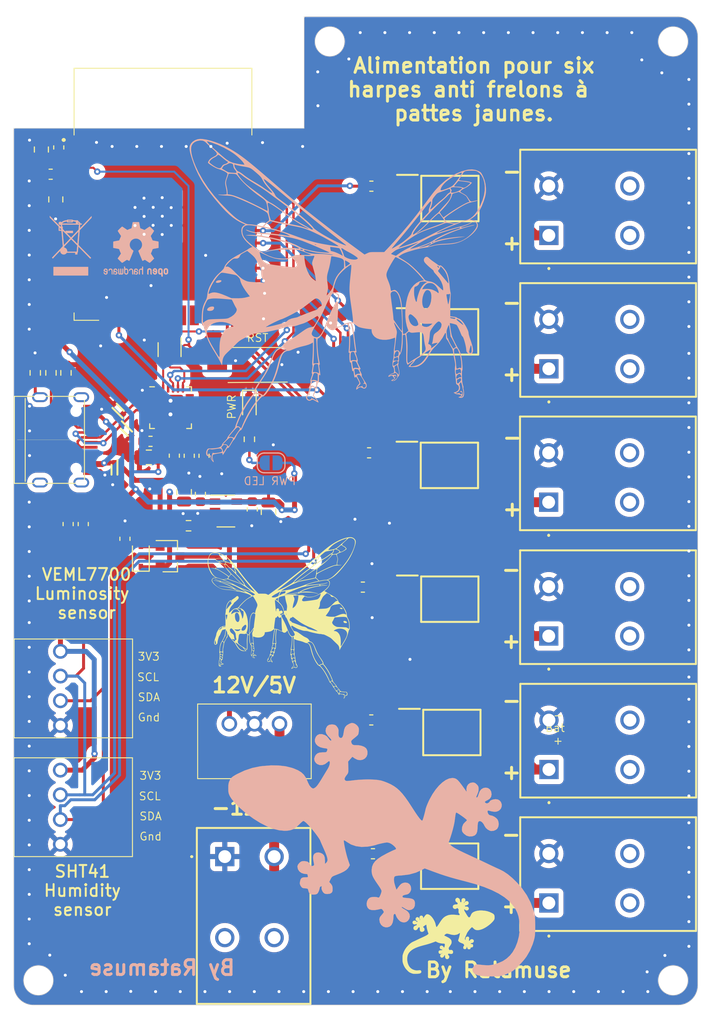
<source format=kicad_pcb>
(kicad_pcb (version 20221018) (generator pcbnew)
  (layers (0 "F.Cu" signal) (31 "B.Cu" signal) (34 "B.Paste" user) (35 "F.Paste" user) (36 "B.SilkS" user "B.Silkscreen") (37 "F.SilkS" user "F.Silkscreen") (38 "B.Mask" user) (39 "F.Mask" user) (44 "Edge.Cuts" user))
  (net 0 "")
  (net 1 "GND")
  (net 2 "+3V3")
  (net 3 "RST_EN")
  (net 4 "VBUS")
  (net 5 "DTR")
  (net 6 "RTS")
  (net 7 "IO0")
  (net 8 "SCL")
  (net 9 "UORXD")
  (net 10 "SDA")
  (net 11 "Net-(J13-CC1)")
  (net 12 "UOTXD")
  (net 14 "Net-(J13-CC2)")
  (net 16 "Net-(J13-SHIELD)")
  (net 17 "Net-(U12-VBUS)")
  (net 18 "Net-(U12-~{RSTb})")
  (net 22 "IO13")
  (net 23 "IO04")
  (net 24 "IO16")
  (net 25 "IO17")
  (net 26 "IO18")
  (net 27 "IO19")
  (net 31 "Net-(R2-Pad1)")
  (net 32 "Net-(R3-Pad1)")
  (net 33 "Net-(R4-Pad1)")
  (net 34 "Net-(R5-Pad1)")
  (net 35 "Net-(R6-Pad1)")
  (net 36 "Net-(R7-Pad1)")
  (net 37 "+5V")
  (net 38 "VBAT")
  (net 39 "Sensor_VN_IO39")
  (net 45 "USBD_P")
  (net 46 "USBD_N")
  (net 47 "Net-(D15-Pad2)")
  (net 48 "Net-(JP21-Pad2)")
  (net 64 "Vout5V")
  (net 65 "Net-(U13-CE)")
  (net 74 "Net-(J2-Pin_1)")
  (net 75 "Net-(J3-Pin_1)")
  (net 76 "Net-(J4-Pin_1)")
  (net 77 "Net-(J5-Pin_1)")
  (net 78 "Net-(J6-Pin_1)")
  (net 79 "Net-(J8-Pin_1)")
  (footprint "Capacitor_SMD:C_0805_2012Metric" (layer "F.Cu") (at 99.3 82.54 90)
    (fp_text reference "C1" hide)
    (fp_text value "22µF" hide)
  )
  (footprint "Capacitor_SMD:C_0603_1608Metric" (layer "F.Cu") (at 101.06 82.33 90)
    (fp_text reference "C2" hide)
    (fp_text value "0.1µF" hide)
  )
  (footprint "Capacitor_SMD:C_0805_2012Metric" (layer "F.Cu") (at 100.76 87.59 -90)
    (fp_text reference "C3" hide)
    (fp_text value "22µF" hide)
  )
  (footprint "Capacitor_SMD:C_0805_2012Metric" (layer "F.Cu") (at 110.18 113.69 180)
    (fp_text reference "C6" hide)
    (fp_text value "4.7µF" hide)
  )
  (footprint "Capacitor_SMD:C_0603_1608Metric" (layer "F.Cu") (at 110.35 112.07 180)
    (fp_text reference "C7" hide)
    (fp_text value "0.1µF" hide)
  )
  (footprint "Capacitor_SMD:C_0603_1608Metric" (layer "F.Cu") (at 115.4 117.39 90)
    (fp_text reference "C9" hide)
    (fp_text value "0.1µF" hide)
  )
  (footprint "Capacitor_SMD:C_0603_1608Metric" (layer "F.Cu") (at 120.65 118.96 -90)
    (fp_text reference "C11" hide)
    (fp_text value "0.1µF" hide)
  )
  (footprint "Resistor_SMD:R_0603_1608Metric" (layer "F.Cu") (at 100.24 85.04)
    (fp_text reference "R1" hide)
    (fp_text value "10K" hide)
  )
  (footprint "Resistor_SMD:R_0603_1608Metric" (layer "F.Cu") (at 132.71 86.25 180)
    (fp_text reference "R2" hide)
    (fp_text value "1K" hide)
  )
  (footprint "Resistor_SMD:R_0603_1608Metric" (layer "F.Cu") (at 132.61 99.63 180)
    (fp_text reference "R3" hide)
    (fp_text value "1K" hide)
  )
  (footprint "Resistor_SMD:R_0603_1608Metric" (layer "F.Cu") (at 132.48 113.23 180)
    (fp_text reference "R4" hide)
    (fp_text value "1K" hide)
  )
  (footprint "Resistor_SMD:R_0603_1608Metric" (layer "F.Cu") (at 131.85 126.82 180)
    (fp_text reference "R5" hide)
    (fp_text value "1K" hide)
  )
  (footprint "Resistor_SMD:R_0603_1608Metric" (layer "F.Cu") (at 132.7 140.26 180)
    (fp_text reference "R6" hide)
    (fp_text value "1K" hide)
  )
  (footprint "Resistor_SMD:R_0603_1608Metric" (layer "F.Cu") (at 132.87 153.8 180)
    (fp_text reference "R7" hide)
    (fp_text value "1K" hide)
  )
  (footprint "Resistor_SMD:R_0603_1608Metric" (layer "F.Cu") (at 112.76 113.52 -90)
    (fp_text reference "R12" hide)
    (fp_text value "22.1K" hide)
  )
  (footprint "Resistor_SMD:R_0603_1608Metric" (layer "F.Cu") (at 114.27 113.53 90)
    (fp_text reference "R13" hide)
    (fp_text value "47.5k" hide)
  )
  (footprint "Resistor_SMD:R_0603_1608Metric" (layer "F.Cu") (at 115.77 113.53 -90)
    (fp_text reference "R14" hide)
    (fp_text value "1K" hide)
  )
  (footprint "Empreintes:ESP32WROOM32EM113EH2800PH3Q0" (layer "F.Cu") (at 102.61 99.82)
    (fp_text reference "U1" hide)
    (fp_text value "ESP32-WROOM-32D" hide)
  )
  (footprint "Empreintes:SOP254P960X420-4N" (layer "F.Cu") (at 140.66 87.5)
    (fp_text reference "U2" hide)
    (fp_text value "PC817" hide)
  )
  (footprint "Empreintes:SOP254P960X420-4N" (layer "F.Cu") (at 140.63 100.99)
    (fp_text reference "U3" hide)
    (fp_text value "PC817" hide)
  )
  (footprint "Empreintes:SOP254P960X420-4N" (layer "F.Cu") (at 140.61 114.5)
    (fp_text reference "U4" hide)
    (fp_text value "PC817" hide)
  )
  (footprint "Empreintes:SOP254P960X420-4N" (layer "F.Cu") (at 140.65 128.04)
    (fp_text reference "U5" hide)
    (fp_text value "PC817" hide)
  )
  (footprint "Empreintes:SOP254P960X420-4N" (layer "F.Cu") (at 140.86 141.53)
    (fp_text reference "U6" hide)
    (fp_text value "PC817" hide)
  )
  (footprint "Empreintes:SOP254P960X420-4N" (layer "F.Cu") (at 140.64 155.06)
    (fp_text reference "U7" hide)
    (fp_text value "PC817" hide)
  )
  (footprint "Package_DFN_QFN:QFN-24-1EP_4x4mm_P0.5mm_EP2.6x2.6mm" (layer "F.Cu") (at 112.38 108.66)
    (fp_text reference "U12" hide)
    (fp_text value "CP2102N-A02-GQFN24" hide)
  )
  (footprint "Package_TO_SOT_SMD:SOT-23-5" (layer "F.Cu") (at 117.98 119.12)
    (fp_text reference "U13" hide)
    (fp_text value "XC6220B331MR" hide)
  )
  (footprint "Empreintes:PTS636SL43SMTRLFS" (layer "F.Cu") (at 121.2 104.32)
    (fp_text reference "SW1" hide)
    (fp_text value "SW_Push" hide)
  )
  (footprint "Fiducial:Fiducial_1.5mm_Mask3mm" (layer "F.Cu") (at 123.65 82.47)
    (fp_text reference "FID1" hide)
    (fp_text value "Fiducial" hide)
  )
  (footprint "Fiducial:Fiducial_1.5mm_Mask3mm" (layer "F.Cu") (at 105.59 163.74)
    (fp_text reference "FID2" hide)
    (fp_text value "Fiducial" hide)
  )
  (footprint "Fiducial:Fiducial_1.5mm_Mask3mm" (layer "F.Cu") (at 157.99 74.6)
    (fp_text reference "FID3" hide)
    (fp_text value "Fiducial" hide)
  )
  (footprint "Fiducial:Fiducial_1.5mm_Mask3mm" (layer "F.Cu") (at 156.34 164.44)
    (fp_text reference "FID4" hide)
    (fp_text value "Fiducial" hide)
  )
  (footprint "Resistor_SMD:R_0603_1608Metric" (layer "F.Cu") (at 103.54 120.44 90)
    (fp_text reference "R16" hide)
    (fp_text value "2.2K" hide)
  )
  (footprint "Resistor_SMD:R_0603_1608Metric" (layer "F.Cu") (at 102.01 120.44 90)
    (fp_text reference "R17" hide)
    (fp_text value "2.2K" hide)
  )
  (footprint "Diode_SMD:D_SOD-323" (layer "F.Cu") (at 109.37 123.71 90)
    (fp_text reference "D4" hide)
    (fp_text value "D_Schottky" hide)
  )
  (footprint "Package_TO_SOT_SMD:SOT-363_SC-70-6" (layer "F.Cu") (at 112.28 102.79 -90)
    (fp_text reference "Q1" hide)
    (fp_text value "UMH3N" hide)
  )
  (footprint "Package_TO_SOT_SMD:SOT-23" (layer "F.Cu") (at 112.32 123.69)
    (fp_text reference "Q2" hide)
    (fp_text value "DMG2301L" hide)
  )
  (footprint "Resistor_SMD:R_0603_1608Metric" (layer "F.Cu") (at 107.76 121.93 90)
    (fp_text reference "R19" hide)
    (fp_text value "10K" hide)
  )
  (footprint "Empreintes:SODFL1406X65N" (layer "F.Cu") (at 106.7 114.94 -90)
    (fp_text reference "D1" hide)
    (fp_text value "SP1003-01DTG" hide)
  )
  (footprint "Empreintes:SODFL1406X65N" (layer "F.Cu") (at 107.06 108.82 135)
    (fp_text reference "D2" hide)
    (fp_text value "SP1003-01DTG" hide)
  )
  (footprint "Empreintes:SODFL1406X65N" (layer "F.Cu") (at 107.92 110.94 -45)
    (fp_text reference "D3" hide)
    (fp_text value "SP1003-01DTG" hide)
  )
  (footprint "Empreintes:TYPE-C-31-M-12" (layer "F.Cu") (at 99.16 111.92 -90)
    (fp_text reference "J13" hide)
    (fp_text value "USB_C_Receptacle_USB2.0 USB4105-GF-A " hide)
  )
  (footprint "Resistor_SMD:R_0603_1608Metric" (layer "F.Cu") (at 98.68 105.14 -90)
    (fp_text reference "R26" hide)
    (fp_text value "1M" hide)
  )
  (footprint "Resistor_SMD:R_0603_1608Metric" (layer "F.Cu") (at 101.79 105.14 -90)
    (fp_text reference "R33" hide)
    (fp_text value "5.1K" hide)
  )
  (footprint "Resistor_SMD:R_0603_1608Metric" (layer "F.Cu") (at 100.27 105.14 -90)
    (fp_text reference "R34" hide)
    (fp_text value "5.1K" hide)
  )
  (footprint "LED_SMD:LED_0603_1608Metric_Castellated" (layer "F.Cu") (at 120.36 108.58 -90)
    (fp_text reference "D15" hide)
    (fp_text value "LED Green" hide)
  )
  (footprint "Resistor_SMD:R_0603_1608Metric" (layer "F.Cu") (at 120.36 111.86 -90)
    (fp_text reference "R29" hide)
    (fp_text value "10K" hide)
  )
  (footprint "Capacitor_SMD:C_0805_2012Metric" (layer "F.Cu") (at 113.75 117.21 90)
    (fp_text reference "C24" hide)
    (fp_text value "10µF")
  )
  (footprint "Capacitor_SMD:C_0805_2012Metric" (layer "F.Cu") (at 122.3 119.21 -90)
    (fp_text reference "C25" hide)
    (fp_text value "10µF")
  )
  (footprint "Empreintes:Logo Ratamuse petit" (layer "F.Cu") (at 140.53 162.11)
    (fp_text reference "G***" hide)
    (fp_text value "LOGO" hide)
  )
  (footprint "Empreintes:1989764" (layer "F.Cu") (at 101.23 133.32 -90)
    (fp_text reference "J7" hide)
    (fp_text value "Conn_01x04" hide)
  )
  (footprint "Empreintes:1190297" (layer "F.Cu") (at 117.87 154.09)
    (fp_text reference "J10" hide)
    (fp_text value "Screw_Terminal_01x02" hide)
  )
  (footprint "Empreintes:R785010" (layer "F.Cu") (at 123.41 140.65 180)
    (fp_text reference "PS1" hide)
    (fp_text value "R-785.0-1.0" hide)
  )
  (footprint "Empreintes:1190297" (layer "F.Cu") (at 150.68 91.23 90)
    (fp_text reference "J2" hide)
    (fp_text value "Conn_01x02_MountingPin" hide)
  )
  (footprint "Empreintes:1190297" (layer "F.Cu") (at 150.66 118.23 90)
    (fp_text reference "J4" hide)
    (fp_text value "Conn_01x02_MountingPin" hide)
  )
  (footprint "Empreintes:logo frelon petit" (layer "F.Cu") (at 123.62 129.95)
    (fp_text reference "G***")
    (fp_text value "LOGO" hide)
  )
  (footprint "Empreintes:1190297" (layer "F.Cu") (at 150.68 104.73 90)
    (fp_text reference "J3" hide)
    (fp_text value "Conn_01x02_MountingPin" hide)
  )
  (footprint "Empreintes:1989764" (layer "F.Cu") (at 101.22 145.34 -90)
    (fp_text reference "J1" hide)
    (fp_text value "Conn_01x04" hide)
  )
  (footprint "Empreintes:1190297" (layer "F.Cu") (at 150.68 158.78 90)
    (fp_text reference "J8" hide)
    (fp_text value "Conn_01x02_MountingPin" hide)
  )
  (footprint "Empreintes:1190297" (layer "F.Cu") (at 150.69 145.28 90)
    (fp_text reference "J6" hide)
    (fp_text value "Conn_01x02_MountingPin" hide)
  )
  (footprint "Resistor_SMD:R_0603_1608Metric" (layer "F.Cu") (at 114.2 120.61 180)
    (fp_text reference "R37" hide)
    (fp_text value "10K")
  )
  (footprint "Empreintes:1190297" (layer "F.Cu") (at 150.67 131.77 90)
    (fp_text reference "J5" hide)
    (fp_text value "Conn_01x02_MountingPin" hide)
  )
  (footprint "Jumper:SolderJumper-2_P1.3mm_Open_RoundedPad1.0x1.5mm" (layer "B.Cu") (at 122.56 114.25 180)
    (fp_text reference "JP21" hide)
    (fp_text value "SolderJumper_2_Open" hide)
  )
  (footprint "Empreintes:Logo Ratamuse" (layer "B.Cu") (at 133.747371 153.416572 180)
    (fp_text reference "G***" hide)
    (fp_text value "LOGO" hide)
  )
  (footprint "Symbol:OSHW-Logo2_7.3x6mm_SilkScreen" (layer "B.Cu") (at 108.87 92.64 180)
    (fp_text reference "REF**" hide)
    (fp_text value "OSHW-Logo2_7.3x6mm_SilkScreen" hide)
  )
  (footprint "Symbol:WEEE-Logo_4.2x6mm_SilkScreen" (layer "B.Cu") (at 102.27 92.27 180)
    (fp_text reference "REF**" hide)
    (fp_text value "WEEE-Logo_4.2x6mm_SilkScreen" hide)
  )
  (footprint "Empreintes:logo frelon" (layer "B.Cu") (at 129.330867 97.850326 180)
    (fp_text reference "G***" hide)
    (fp_text value "LOGO" hide)
  )
  (gr_line (start 98.5 169.11) (end 163.76 169.11) (stroke (width 0.05)) (layer "Edge.Cuts"))
  (gr_circle (center 99 166.61) (end 99 168.11) (stroke (width 0.05)) (fill none) (layer "Edge.Cuts"))
  (gr_line (start 96.5 80.39) (end 96.5 167.11) (stroke (width 0.05)) (layer "Edge.Cuts"))
  (gr_line (start 125.9 80.39) (end 125.9 69.1) (stroke (width 0.05)) (layer "Edge.Cuts"))
  (gr_circle (center 163.26 71.61) (end 163.26 70.11) (stroke (width 0.05)) (fill none) (layer "Edge.Cuts"))
  (gr_circle (center 128.5 71.61) (end 128.5 70.11) (stroke (width 0.05)) (fill none) (layer "Edge.Cuts"))
  (gr_arc (start 165.76 167.11) (mid 165.174214 168.524214) (end 163.76 169.11) (stroke (width 0.05)) (layer "Edge.Cuts"))
  (gr_line (start 165.76 167.11) (end 165.76 71.1) (stroke (width 0.05)) (layer "Edge.Cuts"))
  (gr_line (start 163.76 69.1) (end 125.9 69.1) (stroke (width 0.05)) (layer "Edge.Cuts"))
  (gr_arc (start 98.5 169.11) (mid 97.085786 168.524214) (end 96.5 167.11) (stroke (width 0.05)) (layer "Edge.Cuts"))
  (gr_line (start 96.5 80.39) (end 125.9 80.39) (stroke (width 0.05)) (layer "Edge.Cuts"))
  (gr_circle (center 163.26 166.61) (end 163.26 168.11) (stroke (width 0.05)) (fill none) (layer "Edge.Cuts"))
  (gr_arc (start 163.76 69.1) (mid 165.174214 69.685786) (end 165.76 71.1) (stroke (width 0.05)) (layer "Edge.Cuts"))
  (gr_text "PWR LED" (at 122.43 116.09) (layer "B.SilkS") (effects (font (size 0.8 0.8) (thickness 0.1)) (justify mirror)))
  (gr_text "By Ratamuse" (at 111.5 165.34) (layer "B.SilkS") (effects (font (size 1.5 1.5) (thickness 0.3)) (justify mirror)))
  (gr_text "RST" (at 121.19 101.6) (layer "F.SilkS") (effects (font (size 0.8 0.8) (thickness 0.1))))
  (gr_text "By Ratamuse" (at 145.59 165.57) (layer "F.SilkS") (effects (font (size 1.5 1.5) (thickness 0.3))))
  (gr_text "Gnd" (at 110.19 140) (layer "F.SilkS") (effects (font (size 0.8 0.8) (thickness 0.1))))
  (gr_text "SDA" (at 110.19 137.96) (layer "F.SilkS") (effects (font (size 0.8 0.8) (thickness 0.1))))
  (gr_text "3V3" (at 110.17 133.85) (layer "F.SilkS") (effects (font (size 0.8 0.8) (thickness 0.1))))
  (gr_text "SCL" (at 110.11 135.93) (layer "F.SilkS") (effects (font (size 0.8 0.8) (thickness 0.1))))
  (gr_text "-\nBat \n+" (at 151.61 141.07) (layer "F.SilkS") (effects (font (size 0.8 0.8) (thickness 0.1))))
  (gr_text "PWR" (at 118.57 108.58 90) (layer "F.SilkS") (effects (font (size 0.8 0.8) (thickness 0.1))))
  (gr_text "SCL" (at 110.28 147.98) (layer "F.SilkS") (effects (font (size 0.8 0.8) (thickness 0.1))))
  (gr_text "-12V+" (at 116.34 150) (layer "F.SilkS") (effects (font (size 1.5 1.5) (thickness 0.3) bold) (justify left bottom)))
  (gr_text "-\n\n\n+" (at 145.74 159.95) (layer "F.SilkS") (effects (font (size 1.5 1.5) (thickness 0.3) bold) (justify left bottom)))
  (gr_text "-\n\n\n+" (at 145.85 119.77) (layer "F.SilkS") (effects (font (size 1.5 1.5) (thickness 0.3) bold) (justify left bottom)))
  (gr_text "SDA" (at 110.36 150.01) (layer "F.SilkS") (effects (font (size 0.8 0.8) (thickness 0.1))))
  (gr_text "Gnd" (at 110.36 152.05) (layer "F.SilkS") (effects (font (size 0.8 0.8) (thickness 0.1))))
  (gr_text "VEML7700\nLuminosity \nsensor" (at 103.88 130.11) (layer "F.SilkS") (effects (font (size 1.2 1.2) (thickness 0.2) bold) (justify bottom)))
  (gr_text "-\n\n\n+" (at 145.82 92.85) (layer "F.SilkS") (effects (font (size 1.5 1.5) (thickness 0.3) bold) (justify left bottom)))
  (gr_text "-\n\n\n+" (at 145.8 106.12) (layer "F.SilkS") (effects (font (size 1.5 1.5) (thickness 0.3) bold) (justify left bottom)))
  (gr_text "SHT41\nHumidity\nsensor" (at 103.45 160.16) (layer "F.SilkS") (effects (font (size 1.2 1.2) (thickness 0.2) bold) (justify bottom)))
  (gr_text "-\n\n\n+" (at 145.75 133.14) (layer "F.SilkS") (effects (font (size 1.5 1.5) (thickness 0.3) bold) (justify left bottom)))
  (gr_text "-\n\n\n+" (at 145.78 146.4) (layer "F.SilkS") (effects (font (size 1.5 1.5) (thickness 0.3) bold) (justify left bottom)))
  (gr_text "3V3" (at 110.34 145.9) (layer "F.SilkS") (effects (font (size 0.8 0.8) (thickness 0.1))))
  (gr_text "Alimentation pour six\nharpes anti frelons à \npattes jaunes.\n\n" (at 143.09 82.17) (layer "F.SilkS") (effects (font (size 1.5 1.5) (thickness 0.3) bold) (justify bottom)))
  (gr_text "12V/5V" (at 116.42 137.63) (layer "F.SilkS") (effects (font (size 1.5 1.5) (thickness 0.3) bold) (justify left bottom)))
  (segment (start 109.5625 112.5375) (end 109.23 112.87) (width 0.25) (layer "F.Cu") (net 1))
  (segment (start 114.48 116.26) (end 114.8225 116.6025) (width 0.3) (layer "F.Cu") (net 1))
  (segment (start 114.8225 116.6025) (end 115.4 116.6025) (width 0.3) (layer "F.Cu") (net 1))
  (segment (start 115.37 119.12) (end 115.13 119.36) (width 0.3) (layer "F.Cu") (net 1))
  (segment (start 115.13 119.36) (end 114.88 119.61) (width 0.3) (layer "F.Cu") (net 1))
  (segment (start 113.75 116.26) (end 113.75 115.76) (width 0.3) (layer "F.Cu") (net 1))
  (segment (start 115.35 115.62) (end 115 115.27) (width 0.3) (layer "F.Cu") (net 1))
  (segment (start 101.06 81.5425) (end 101.535 81.5425) (width 0.5) (layer "F.Cu") (net 1))
  (segment (start 109.5925 110.9825) (end 109.41 110.8) (width 0.3) (layer "F.Cu") (net 1))
  (segment (start 116.88 119.12) (end 115.37 119.12) (width 0.3) (layer "F.Cu") (net 1))
  (segment (start 106.7 115.64) (end 106.7 116.28) (width 0.3) (layer "F.Cu") (net 1))
  (segment (start 103.075 81.82) (end 103.1 81.845) (width 0.5) (layer "F.Cu") (net 1))
  (segment (start 105.73 115.41) (end 105.73 115.480002) (width 0.3) (layer "F.Cu") (net 1))
  (segment (start 100.2675 81.5425) (end 101.06 81.5425) (width 0.5) (layer "F.Cu") (net 1))
  (segment (start 109.520866 107.680866) (end 109.520866 106.899134) (width 0.2) (layer "F.Cu") (net 1))
  (segment (start 104.26 108.82) (end 105.400736 108.82) (width 0.3) (layer "F.Cu") (net 1))
  (segment (start 104.26 108.52) (end 105.100762 108.52) (width 0.3) (layer "F.Cu") (net 1))
  (segment (start 114.27 114.3175) (end 114.27 115.24) (width 0.3) (layer "F.Cu") (net 1))
  (segment (start 104.26 115.32) (end 105.64 115.32) (width 0.3) (layer "F.Cu") (net 1))
  (segment (start 109.75 107.91) (end 109.520866 107.680866) (width 0.2) (layer "F.Cu") (net 1))
  (segment (start 100.2075 81.6025) (end 100.2675 81.5425) (width 0.5) (layer "F.Cu") (net 1))
  (segment (start 105.73 115.480002) (end 105.64 115.390002) (width 0.3) (layer "F.Cu") (net 1))
  (segment (start 109.23 112.87) (end 109.23 113.69) (width 0.25) (layer "F.Cu") (net 1))
  (segment (start 109.42 106.869619) (end 109.449515 106.899134) (width 0.2) (layer "F.Cu") (net 1))
  (segment (start 150.67 99.72) (end 150.68 99.73) (width 1) (layer "F.Cu") (net 1))
  (segment (start 101.8125 81.82) (end 103.075 81.82) (width 0.5) (layer "F.Cu") (net 1))
  (segment (start 109.5625 112.07) (end 109.5625 112.5375) (width 0.25) (layer "F.Cu") (net 1))
  (segment (start 150.66 113.23) (end 150.67 113.24) (width 1) (layer "F.Cu") (net 1))
  (segment (start 101.535 81.5425) (end 101.8125 81.82) (width 0.5) (layer "F.Cu") (net 1))
  (segment (start 105.100762 108.52) (end 105.400749 108.819987) (width 0.3) (layer "F.Cu") (net 1))
  (segment (start 105.400736 108.82) (end 105.400749 108.819987) (width 0.3) (layer "F.Cu") (net 1))
  (segment (start 105.64 115.32) (end 105.73 115.41) (width 0.3) (layer "F.Cu") (net 1))
  (segment (start 120.6 119.7975) (end 120.65 119.7475) (width 0.25) (layer "F.Cu") (net 1))
  (segment (start 113.75 115.76) (end 114.23 115.28) (width 0.3) (layer "F.Cu") (net 1))
  (segment (start 114.27 115.24) (end 114.23 115.28) (width 0.3) (layer "F.Cu") (net 1))
  (segment (start 104.26 115.02) (end 105.269998 115.02) (width 0.3) (layer "F.Cu") (net 1))
  (segment (start 150.67 153.79) (end 150.68 153.78) (width 1) (layer "F.Cu") (net 1))
  (segment (start 113.75 116.26) (end 114.48 116.26) (width 0.3) (layer "F.Cu") (net 1))
  (segment (start 99.3 81.6025) (end 100.2075 81.6025) (width 0.5) (layer "F.Cu") (net 1))
  (segment (start 105.64 115.390002) (end 105.64 115.32) (width 0.3) (layer "F.Cu") (net 1))
  (segment (start 150.67 140.26) (end 150.69 140.28) (width 1) (layer "F.Cu") (net 1))
  (segment (start 106.7 116.28) (end 106.52 116.46) (width 0.3) (layer "F.Cu") (net 1))
  (segment (start 105.269998 115.02) (end 105.73 115.480002) (width 0.3) (layer "F.Cu") (net 1))
  (segment (start 120.6 119.7975) (end 120.6 120.60999) (width 0.3) (layer "F.Cu") (net 1))
  (segment (start 109.449515 106.899134) (end 109.520866 106.899134) (width 0.2) (layer "F.Cu") (net 1))
  (segment (start 109.5925 112.06) (end 109.5925 110.9825) (width 0.3) (layer "F.Cu") (net 1))
  (segment (start 110.4425 107.91) (end 109.75 107.91) (width 0.2) (layer "F.Cu") (net 1))
  (via (at 164.86 128.17) (size 0.65) (drill 0.3) (layers "F.Cu" "B.Cu") (net 1))
  (via (at 122.78 112.42) (size 0.65) (drill 0.3) (layers "F.Cu" "B.Cu") (net 1))
  (via (at 100.74 89.56) (size 0.65) (drill 0.3) (layers "F.Cu" "B.Cu") (net 1))
  (via (at 106.52 116.46) (size 0.65) (drill 0.3) (layers "F.Cu" "B.Cu") (net 1))
  (via (at 164.86 95.45) (size 0.65) (drill 0.3) (layers "F.Cu" "B.Cu") (net 1))
  (via (at 160.7 167.75) (size 0.65) (drill 0.3) (layers "F.Cu" "B.Cu") (net 1))
  (via (at 98.07 123.22) (size 0.65) (drill 0.3) (layers "F.Cu" "B.Cu") (net 1))
  (via (at 164.86 103.17) (size 0.65) (drill 0.3) (layers "F.Cu" "B.Cu") (net 1))
  (via (at 110.86 167.75) (size 0.65) (drill 0.3) (layers "F.Cu" "B.Cu") (net 1))
  (via (at 98.1 111.01) (size 0.65) (drill 0.3) (layers "F.Cu" "B.Cu") (net 1))
  (via (at 127.3 78.11) (size 0.65) (drill 0.3) (layers "F.Cu" "B.Cu") (net 1))
  (via (at 98.07 95.72) (size 0.65) (drill 0.3) (layers "F.Cu" "B.Cu") (net 1))
  (via (at 98.07 145.41) (size 0.65) (drill 0.3) (layers "F.Cu" "B.Cu") (net 1))
  (via (at 164.86 90.45) (size 0.65) (drill 0.3) (layers "F.Cu" "B.Cu") (net 1))
  (via (at 101.72 166.09) (size 0.65) (drill 0.3) (layers "F.Cu" "B.Cu") (net 1))
  (via (at 109.7 89.31) (size 0.65) (drill 0.3) (layers "F.Cu" "B.Cu") (net 1))
  (via (at 108.78 90.23) (size 0.65) (drill 0.3) (layers "F.Cu" "B.Cu") (net 1))
  (via (at 164.86 75.45) (size 0.65) (drill 0.3) (layers "F.Cu" "B.Cu") (net 1))
  (via (at 164.86 135.92) (size 0.65) (drill 0.3) (layers "F.Cu" "B.Cu") (net 1))
  (via (at 109.69 87.46) (size 0.65) (drill 0.3) (layers "F.Cu" "B.Cu") (net 1))
  (via (at 140.7 167.75) (size 0.65) (drill 0.3) (layers "F.Cu" "B.Cu") (net 1))
  (via (at 115.86 167.75) (size 0.65) (drill 0.3) (layers "F.Cu" "B.Cu") (net 1))
  (via (at 98.07 160.41) (size 0.65) (drill 0.3) (layers "F.Cu" "B.Cu") (net 1))
  (via (at 164.86 118.17) (size 0.65) (drill 0.3) (layers "F.Cu" "B.Cu") (net 1))
  (via (at 105.9 97.51) (size 0.65) (drill 0.3) (layers "F.Cu" "B.Cu") (net 1))
  (via (at 143.2 167.75) (size 0.65) (drill 0.3) (layers "F.Cu" "B.Cu") (net 1))
  (via (at 154.08 70.71) (size 0.65) (drill 0.3) (layers "F.Cu" "B.Cu") (net 1))
  (via (at 125.75 82.23) (size 0.65) (drill 0.3) (layers "F.Cu" "B.Cu") (net 1))
  (via (at 116.46 82.23) (size 0.65) (drill 0.3) (layers "F.Cu" "B.Cu") (net 1))
  (via (at 98.07 147.91) (size 0.65) (drill 0.3) (layers "F.Cu" "B.Cu") (net 1))
  (via (at 125.86 167.75) (size 0.65) (drill 0.3) (layers "F.Cu" "B.Cu") (net 1))
  (via (at 98.07 140.41) (size 0.65) (drill 0.3) (layers "F.Cu" "B.Cu") (net 1))
  (via (at 128.36 167.75) (size 0.65) (drill 0.3) (layers "F.Cu" "B.Cu") (net 1))
  (via (at 160.63 165.75) (size 0.65) (drill 0.3) (layers "F.Cu" "B.Cu") (net 1))
  (via (at 110.4 96.31) (size 0.65) (drill 0.3) (layers "F.Cu" "B.Cu") (net 1))
  (via (at 148.2 167.75) (size 0.65) (drill 0.3) (layers "F.Cu" "B.Cu") (net 1))
  (via (at 118.96 103.91) (size 0.65) (drill 0.3) (layers "F.Cu" "B.Cu") (net 1))
  (via (at 164.86 130.67) (size 0.65) (drill 0.3) (layers "F.Cu" "B.Cu") (net 1))
  (via (at 112.44 88.42) (size 0.65) (drill 0.3) (layers "F.Cu" "B.Cu") (net 1))
  (via (at 104.88 81.82) (size 0.65) (drill 0.3) (layers "F.Cu" "B.Cu") (net 1))
  (via (at 98.07 98.22) (size 0.65) (drill 0.3) (layers "F.Cu" "B.Cu") (net 1))
  (via (at 109.72 101.82) (size 0.65) (drill 0.3) (layers "F.Cu" "B.Cu") (net 1))
  (via (at 146.58 70.71) (size 0.65) (drill 0.3) (layers "F.Cu" "B.Cu") (net 1))
  (via (at 164.86 150.67) (size 0.65) (drill 0.3) (layers "F.Cu" "B.Cu") (net 1))
  (via (at 103.36 167.75) (size 0.65) (drill 0.3) (layers "F.Cu" "B.Cu") (net 1))
  (via (at 111.46 82.23) (size 0.65) (drill 0.3) (layers "F.Cu" "B.Cu") (net 1))
  (via (at 108.96 82.23) (size 0.65) (drill 0.3) (layers "F.Cu" "B.Cu") (net 1))
  (via (at 107.77 120.12) (size 0.65) (drill 0.3) (layers "F.Cu" "B.Cu") (net 1))
  (via (at 105.400749 108.819987) (size 0.65) (drill 0.3) (layers "F.Cu" "B.Cu") (net 1))
  (via (at 98.07 118.22) (size 0.65) (drill 0.3) (layers "F.Cu" "B.Cu") (net 1))
  (via (at 164.86 123.17) (size 0.65) (drill 0.3) (layers "F.Cu" "B.Cu") (net 1))
  (via (at 160.09 73.47) (size 0.65) (drill 0.3) (layers "F.Cu" "B.Cu") (net 1))
  (via (at 98.07 155.41) (size 0.65) (drill 0.3) (layers "F.Cu" "B.Cu") (net 1))
  (via (at 98.07 137.91) (size 0.65) (drill 0.3) (layers "F.Cu" "B.Cu") (net 1))
  (via (at 123.54 120.19) (size 0.65) (drill 0.3) (layers "F.Cu" "B.Cu") (net 1))
  (via (at 110.61 90.21) (size 0.65) (drill 0.3) (layers "F.Cu" "B.Cu") (net 1))
  (via (at 111.53 91.14) (size 0.65) (drill 0.3) (layers "F.Cu" "B.Cu") (net 1))
  (via (at 109.48 110.98) (size 0.65) (drill 0.3) (layers "F.Cu" "B.Cu") (net 1))
  (via (at 115.13 119.36) (size 0.65) (drill 0.3) (layers "F.Cu" "B.Cu") (net 1))
  (via (at 98.07 85.72) (size 0.65) (drill 0.3) (layers "F.Cu" "B.Cu") (net 1))
  (via (at 132.79 129.91) (size 0.65) (drill 0.3) (layers "F.Cu" "B.Cu") (net 1))
  (via (at 164.86 92.95) (size 0.65) (drill 0.3) (layers "F.Cu" "B.Cu") (net 1))
  (via (at 105.86 167.75) (size 0.65) (drill 0.3) (layers "F.Cu" "B.Cu") (net 1))
  (via (at 139.08 70.71) (size 0.65) (drill 0.3) (layers "F.Cu" "B.Cu") (net 1))
  (via (at 135.86 167.75) (size 0.65) (drill 0.3) (layers "F.Cu" "B.Cu") (net 1))
  (via (at 164.86 85.45) (size 0.65) (drill 0.3) (layers "F.Cu" "B.Cu") (net 1))
  (via (at 108.35 167.73) (size 0.65) (drill 0.3) (layers "F.Cu" "B.Cu") (net 1))
  (via (at 155.7 167.75) (size 0.65) (drill 0.3) (layers "F.Cu" "B.Cu") (net 1))
  (via (at 120.6 120.60999) (size 0.65) (drill 0.3) (layers "F.Cu" "B.Cu") (net 1))
  (via (at 118.36 167.75) (size 0.65) (drill 0.3) (layers "F.Cu" "B.Cu") (net 1))
  (via (at 164.86 140.45) (size 0.65) (drill 0.3) (layers "F.Cu" "B.Cu") (net 1))
  (via (at 159.08 70.71) (size 0.65) (drill 0.3) (layers "F.Cu" "B.Cu") (net 1))
  (via (at 105.73 115.480002) (size 0.65) (drill 0.3) (layers "F.Cu" "B.Cu") (net 1))
  (via (at 162.43 164.09) (size 0.65) (drill 0.3) (layers "F.Cu" "B.Cu") (net 1))
  (via (at 109.520866 106.899134) (size 0.65) (drill 0.3) (layers "F.Cu" "B.Cu") (net 1))
  (via (at 153.2 167.75) (size 0.65) (drill 0.3) (layers "F.Cu" "B.Cu") (net 1))
  (via (at 164.86 153.17) (size 0.65) (drill 0.3) (layers "F.Cu" "B.Cu") (net 1))
  (via (at 98.1 113.51) (size 0.65) (drill 0.3) (layers "F.Cu" "B.Cu") (net 1))
  (via (at 98.07 132.91) (size 0.65) (drill 0.3) (layers "F.Cu" "B.Cu") (net 1))
  (via (at 164.86 145.45) (size 0.65) (drill 0.3) (layers "F.Cu" "B.Cu") (net 1))
  (via (at 151.58 70.71) (size 0.65) (drill 0.3) (layers "F.Cu" "B.Cu") (net 1))
  (via (at 164.86 120.67) (size 0.65) (drill 0.3) (layers "F.Cu" "B.Cu") (net 1))
  (via (at 98.07 120.72) (size 0.65) (drill 0.3) (layers "F.Cu" "B.Cu") (net 1))
  (via (at 98.07 93.22) (size 0.65) (drill 0.3) (layers "F.Cu" "B.Cu") (net 1))
  (via (at 111.53 87.41) (size 0.65) (drill 0.3) (layers "F.Cu" "B.Cu") (net 1))
  (via (at 164.86 108.17) (size 0.65) (drill 0.3) (layers "F.Cu" "B.Cu") (net 1))
  (via (at 132.77 124.45) (size 0.65) (drill 0.3) (layers "F.Cu" "B.Cu") (net 1))
  (via (at 100.15 164.06) (size 0.65) (drill 0.3) (layers "F.Cu" "B.Cu") (net 1))
  (via (at 130.86 167.75) (size 0.65) (drill 0.3) (layers "F.Cu" "B.Cu") (net 1))
  (via (at 164.86 77.95) (size 0.65) (drill 0.3) (layers "F.Cu" "B.Cu") (net 1))
  (via (at 105.3 102.41) (size 0.65) (drill 0.3) (layers "F.Cu" "B.Cu") (net 1))
  (via (at 98.07 142.91) (size 0.65) (drill 0.3) (layers "F.Cu" "B.Cu") (net 1))
  (via (at 98.07 152.91) (size 0.65) (drill 0.3) (layers "F.Cu" "B.Cu") (net 1))
  (via (at 164.86 115.67) (size 0.65) (drill 0.3) (layers "F.Cu" "B.Cu") (net 1))
  (via (at 98.1 108.51) (size 0.65) (drill 0.3) (layers "F.Cu" "B.Cu") (net 1))
  (via (at 98.07 130.41) (size 0.65) (drill 0.3) (layers "F.Cu" "B.Cu") (net 1))
  (via (at 108.78 88.4) (size 0.65) (drill 0.3) (layers "F.Cu" "B.Cu") (net 1))
  (via (at 115.35 115.62) (size 0.65) (drill 0.3) (layers "F.Cu" "B.Cu") (net 1))
  (via (at 164.86 87.95) (size 0.65) (drill 0.3) (layers "F.Cu" "B.Cu") (net 1))
  (via (at 164.86 113.17) (size 0.65) (drill 0.3) (layers "F.Cu" "B.Cu") (net 1))
  (via (at 110.62 88.39) (size 0.65) (drill 0.3) (layers "F.Cu" "B.Cu") (net 1))
  (via (at 106.46 82.23) (size 0.65) (drill 0.3) (layers "F.Cu" "B.Cu") (net 1))
  (via (at 150.7 167.75) (size 0.65) (drill 0.3) (layers "F.Cu" "B.Cu") (net 1))
  (via (at 144.08 70.71) (size 0.65) (drill 0.3) (layers "F.Cu" "B.Cu") (net 1))
  (via (at 164.86 158.17) (size 0.65) (drill 0.3) (layers "F.Cu" "B.Cu") (net 1))
  (via (at 156.58 70.71) (size 0.65) (drill 0.3) (layers "F.Cu" "B.Cu") (net 1))
  (via (at 164.86 142.95) (size 0.65) (drill 0.3) (layers "F.Cu" "B.Cu") (net 1))
  (via (at 131.58 70.71) (size 0.65) (drill 0.3) (layers "F.Cu" "B.Cu") (net 1))
  (via (at 134.54 120.35) (size 0.65) (drill 0.3) (layers "F.Cu" "B.Cu") (net 1))
  (via (at 162.12 74.78) (size 0.65) (drill 0.3) (layers "F.Cu" "B.Cu") (net 1))
  (via (at 114.23 115.28) (size 0.65) (drill 0.3) (layers "F.Cu" "B.Cu") (net 1))
  (via (at 164.86 125.67) (size 0.65) (drill 0.3) (layers "F.Cu" "B.Cu") (net 1))
  (via (at 112.45 90.22) (size 0.65) (drill 0.3) (layers "F.Cu" "B.Cu") (net 1))
  (via (at 164.86 100.45) (size 0.65) (drill 0.3) (layers "F.Cu" "B.Cu") (net 1))
  (via (at 98.07 157.91) (size 0.65) (drill 0.3) (layers "F.Cu" "B.Cu") (net 1))
  (via (at 123.65 104.31) (size 0.65) (drill 0.3) (layers "F.Cu" "B.Cu") (net 1))
  (via (at 112.37 109.34) (size 0.8) (drill 0.4) (layers "F.Cu" "B.Cu") (net 1))
  (via (at 98.07 88.22) (size 0.65) (drill 0.3) (layers "F.Cu" "B.Cu") (net 1))
  (via (at 149.08 70.71) (size 0.65) (drill 0.3) (layers "F.Cu" "B.Cu") (net 1))
  (via (at 158.2 167.75) (size 0.65) (drill 0.3) (layers "F.Cu" "B.Cu") (net 1))
  (via (at 112.38 107.96) (size 0.8) (drill 0.4) (layers "F.Cu" "B.Cu") (net 1))
  (via (at 98.1 81.59) (size 0.65) (drill 0.3) (layers "F.Cu" "B.Cu") (net 1))
  (via (at 164.86 82.95) (size 0.65) (drill 0.3) (layers "F.Cu" "B.Cu") (net 1))
  (via (at 98.07 128.22) (size 0.65) (drill 0.3) (layers "F.Cu" "B.Cu") (net 1))
  (via (at 125.29 103.05) (size 0.65) (drill 0.3) (layers "F.Cu" "B.Cu") (net 1))
  (via (at 136.58 70.71) (size 0.65) (drill 0.3) (layers "F.Cu" "B.Cu") (net 1))
  (via (at 98.07 100.72) (size 0.65) (drill 0.3) (layers "F.Cu" "B.Cu") (net 1))
  (via (at 98.07 125.72) (size 0.65) (drill 0.3) (layers "F.Cu" "B.Cu") (net 1))
  (via (at 117.56 115.35) (size 0.65) (drill 0.3) (layers "F.Cu" "B.Cu") (net 1))
  (via (at 98.07 162.91) (size 0.65) (drill 0.3) (layers "F.Cu" "B.Cu") (net 1))
  (via (at 120.86 167.75) (size 0.65) (drill 0.3) (layers "F.Cu" "B.Cu") (net 1))
  (via (at 141.58 70.71) (size 0.65) (drill 0.3) (layers "F.Cu" "B.Cu") (net 1))
  (via (at 113.65 119.38) (size 0.65) (drill 0.3) (layers "F.Cu" "B.Cu") (net 1))
  (via (at 121.69 81.84) (size 0.65) (drill 0.3) (layers "F.Cu" "B.Cu") (net 1))
  (via (at 134.08 70.71) (size 0.65) (drill 0.3) (layers "F.Cu" "B.Cu") (net 1))
  (via (at 164.86 147.95) (size 0.65) (drill 0.3) (layers "F.Cu" "B.Cu") (net 1))
  (via (at 118.11 81.9) (size 0.65) (drill 0.3) (layers "F.Cu" "B.Cu") (net 1))
  (via (at 98.07 150.41) (size 0.65) (drill 0.3) (layers "F.Cu" "B.Cu") (net 1))
  (via (at 130.43 73.38) (size 0.65) (drill 0.3) (layers "F.Cu" "B.Cu") (net 1))
  (via (at 164.86 155.67) (size 0.65) (drill 0.3) (layers "F.Cu" "B.Cu") (net 1))
  (via (at 111.54 89.29) (size 0.65) (drill 0.3) (layers "F.Cu" "B.Cu") (net 1))
  (via (at 164.86 138.17) (size 0.65) (drill 0.3) (layers "F.Cu" "B.Cu") (net 1))
  (via (at 133.36 167.75) (size 0.65) (drill 0.3) (layers "F.Cu" "B.Cu") (net 1))
  (via (at 164.86 97.95) (size 0.65) (drill 0.3) (layers "F.Cu" "B.Cu") (net 1))
  (via (at 164.86 105.67) (size 0.65) (drill 0.3) (layers "F.Cu" "B.Cu") (net 1))
  (via (at 113.96 82.23) (size 0.65) (drill 0.3) (layers "F.Cu" "B.Cu") (net 1))
  (via (at 113.36 167.75) (size 0.65) (drill 0.3) (layers "F.Cu" "B.Cu") (net 1))
  (via (at 110.27 116.88) (size 0.65) (drill 0.3) (layers "F.Cu" "B.Cu") (net 1))
  (via (at 164.86 80.45) (size 0.65) (drill 0.3) (layers "F.Cu" "B.Cu") (net 1))
  (via (at 98.07 135.41) (size 0.65) (drill 0.3) (layers "F.Cu" "B.Cu") (net 1))
  (via (at 98.66 103.12) (size 0.65) (drill 0.3) (layers "F.Cu" "B.Cu") (net 1))
  (via (at 131.05 119.95) (size 0.65) (drill 0.3) (layers "F.Cu" "B.Cu") (net 1))
  (via (at 164.86 160.67) (size 0.65) (drill 0.3) (layers "F.Cu" "B.Cu") (net 1))
  (via (at 123.36 167.75) (size 0.65) (drill 0.3) (layers "F.Cu" "B.Cu") (net 1))
  (via (at 98.07 90.72) (size 0.65) (drill 0.3) (layers "F.Cu" "B.Cu") (net 1))
  (via (at 164.86 110.67) (size 0.65) (drill 0.3) (layers "F.Cu" "B.Cu") (net 1))
  (via (at 145.7 167.75) (size 0.65) (drill 0.3) (layers "F.Cu" "B.Cu") (net 1))
  (via (at 138.36 167.75) (size 0.65) (drill 0.3) (layers "F.Cu" "B.Cu") (net 1))
  (via (at 127.28 74.68) (size 0.65) (drill 0.3) (layers "F.Cu" "B.Cu") (net 1))
  (via (at 164.86 163.17) (size 0.65) (drill 0.3) (layers "F.Cu" "B.Cu") (net 1))
  (via (at 109.7 91.12) (size 0.65) (drill 0.3) (layers "F.Cu" "B.Cu") (net 1))
  (via (at 136.62 134.13) (size 0.65) (drill 0.3) (layers "F.Cu" "B.Cu") (net 1))
  (via (at 164.86 133.17) (size 0.65) (drill 0.3) (layers "F.Cu" "B.Cu") (net 1))
  (via (at 115.93 93.25) (size 0.65) (drill 0.3) (layers "F.Cu" "B.Cu") (net 1))
  (segment (start 104.68 144.1) (end 103.44 145.34) (width 0.5) (layer "F.Cu") (net 2))
  (segment (start 110.4425 109.91) (end 109.76 109.91) (width 0.2) (layer "F.Cu") (net 2))
  (segment (start 102.01 119.6525) (end 106.0875 119.6525) (width 0.5) (layer "F.Cu") (net 2))
  (segment (start 111.13 112.0225) (end 111.13 115.149998) (width 0.3) (layer "F.Cu") (net 2))
  (segment (start 109.68 109.88) (end 109.68 109.83) (width 0.2) (layer "F.Cu") (net 2))
  (segment (start 100.33 83.11) (end 99.9625 83.4775) (width 0.5) (layer "F.Cu") (net 2))
  (segment (start 109.75 109.41) (end 110.4425 109.41) (width 0.2) (layer "F.Cu") (net 2))
  (segment (start 99.3 83.4775) (end 99.4525 83.63) (width 0.5) (layer "F.Cu") (net 2))
  (segment (start 109.68 110.1) (end 109.68 109.88) (width 0.2) (layer "F.Cu") (net 2))
  (segment (start 120.65 118.1725) (end 123.3625 118.1725) (width 0.5) (layer "F.Cu") (net 2))
  (segment (start 102.159627 103.030373) (end 99.4525 100.323246) (width 0.5) (layer "F.Cu") (net 2))
  (segment (start 99.3 84.16) (end 99.4525 84.3125) (width 0.5) (layer "F.Cu") (net 2))
  (segment (start 108.82 116.92) (end 108.85 116.92) (width 0.5) (layer "F.Cu") (net 2))
  (segment (start 101.0375 119.6525) (end 102.01 119.6525) (width 0.5) (layer "F.Cu") (net 2))
  (segment (start 99.3 83.4775) (end 99.3 84.16) (width 0.5) (layer "F.Cu") (net 2))
  (segment (start 124.93 119.01) (end 124.93 115.34) (width 0.5) (layer "F.Cu") (net 2))
  (segment (start 99.9625 83.4775) (end 99.3 83.4775) (width 0.5) (layer "F.Cu") (net 2))
  (segment (start 109.68 109.48) (end 109.75 109.41) (width 0.2) (layer "F.Cu") (net 2))
  (segment (start 119.2575 114.3175) (end 122.3 117.36) (width 0.3) (layer "F.Cu") (net 2))
  (segment (start 101.23 124.87) (end 100.65 124.29) (width 0.5) (layer "F.Cu") (net 2))
  (segment (start 103.44 145.34) (end 101.22 145.34) (width 0.5) (layer "F.Cu") (net 2))
  (segment (start 121.11 118.17) (end 121.15 118.21) (width 0.5) (layer "F.Cu") (net 2))
  (segment (start 100.65 124.29) (end 100.65 120.04) (width 0.5) (layer "F.Cu") (net 2))
  (segment (start 110.1775 110.5975) (end 109.68 110.1) (width 0.2) (layer "F.Cu") (net 2))
  (segment (start 123.65 118.46) (end 123.65 119.01) (width 0.5) (layer "F.Cu") (net 2))
  (segment (start 115.77 114.3175) (end 119.2575 114.3175) (width 0.3) (layer "F.Cu") (net 2))
  (segment (start 99.4525 100.323246) (end 99.4525 85.04) (width 0.5) (layer "F.Cu") (net 2))
  (segment (start 99.4525 84.3125) (end 99.4525 85.04) (width 0.5) (layer "F.Cu") (net 2))
  (segment (start 101.06 83.1025) (end 101.0525 83.11) (width 0.5) (layer "F.Cu") (net 2))
  (segment (start 104.68 143.68) (end 104.68 144.1) (width 0.5) (layer "F.Cu") (net 2))
  (segment (start 103.0975 83.1175) (end 103.1 83.115) (width 0.5) (layer "F.Cu") (net 2))
  (segment (start 101.0525 83.11) (end 100.33 83.11) (width 0.5) (layer "F.Cu") (net 2))
  (segment (start 101.06 83.1175) (end 103.0975 83.1175) (width 0.5) (layer "F.Cu") (net 2))
  (segment (start 111.13 110.5975) (end 111.13 112.0225) (width 0.2) (layer "F.Cu") (net 2))
  (segment (start 106.0875 119.6525) (end 108.82 116.92) (width 0.5) (layer "F.Cu") (net 2))
  (segment (start 123.3625 118.1725) (end 123.65 118.46) (width 0.5) (layer "F.Cu") (net 2))
  (segment (start 111.13 110.5975) (end 110.1775 110.5975) (width 0.2) (layer "F.Cu") (net 2))
  (segment (start 109.76 109.91) (end 109.68 109.88) (width 0.2) (layer "F.Cu") (net 2))
  (segment (start 119.08 118.17) (end 121.11 118.17) (width 0.5) (layer "F.Cu") (net 2))
  (segment (start 122.3 117.36) (end 122.3 118.26) (width 0.3) (layer "F.Cu") (net 2))
  (segment (start 109.68 109.83) (end 109.68 109.72) (width 0.2) (layer "F.Cu") (net 2))
  (segment (start 101.23 133.32) (end 101.23 124.87) (width 0.5) (layer "F.Cu") (net 2))
  (segment (start 109.68 109.72) (end 109.68 109.48) (width 0.2) (layer "F.Cu") (net 2))
  (segment (start 124.93 115.34) (end 124.91 115.32) (width 0.5) (layer "F.Cu") (net 2))
  (segment (start 100.65 120.04) (end 101.0375 119.6525) (width 0.5) (layer "F.Cu") (net 2))
  (via (at 108.85 116.92) (size 0.65) (drill 0.3) (layers "F.Cu" "B.Cu") (net 2))
  (via (at 123.65 119.01) (size 0.65) (drill 0.3) (layers "F.Cu" "B.Cu") (net 2))
  (via (at 102.159627 103.030373) (size 0.65) (drill 0.3) (layers "F.Cu" "B.Cu") (net 2))
  (via (at 111.13 115.149998) (size 0.65) (drill 0.3) (layers "F.Cu" "B.Cu") (net 2))
  (via (at 124.93 119.01) (size 0.65) (drill 0.3) (layers "F.Cu" "B.Cu") (net 2))
  (via (at 104.68 143.68) (size 0.65) (drill 0.3) (layers "F.Cu" "B.Cu") (net 2))
  (via (at 124.91 115.32) (size 0.65) (drill 0.3) (layers "F.Cu" "B.Cu") (net 2))
  (segment (start 124.91 114.62) (end 124.91 115.32) (width 0.25) (layer "B.Cu") (net 2))
  (segment (start 103.83 133.32) (end 104.65 134.14) (width 0.5) (layer "B.Cu") (net 2))
  (segment (start 105.61 106.480746) (end 102.484626 103.355372) (width 0.5) (layer "B.Cu") (net 2))
  (segment (start 108.44 116.51) (end 108.85 116.92) (width 0.5) (layer "B.Cu") (net 2))
  (segment (start 122.855001 118.215001) (end 110.145001 118.215001) (width 0.5) (layer "B.Cu") (net 2))
  (segment (start 101.23 133.32) (end 103.83 133.32) (width 0.5) (layer "B.Cu") (net 2))
  (segment (start 108.44 115.12) (end 108.469998 115.149998) (width 0.3) (layer "B.Cu") (net 2))
  (segment (start 124.54 114.25) (end 124.91 114.62) (width 0.25) (layer "B.Cu") (net 2))
  (segment (start 105.6 106.48) (end 108.44 109.32) (width 0.5) (layer "B.Cu") (net 2))
  (segment (start 108.469998 115.149998) (end 111.13 115.149998) (width 0.3) (layer "B.Cu") (net 2))
  (segment (start 110.145001 118.215001) (end 108.85 116.92) (width 0.5) (layer "B.Cu") (net 2))
  (segment (start 123.65 119.01) (end 122.855001 118.215001) (width 0.5) (layer "B.Cu") (net 2))
  (segment (start 102.484626 103.355372) (end 102.159627 103.030373) (width 0.5) (layer "B.Cu") (net 2))
  (segment (start 104.65 143.65) (end 104.68 143.68) (width 0.5) (layer "B.Cu") (net 2))
  (segment (start 108.44 109.32) (end 108.44 116.51) (width 0.5) (layer "B.Cu") (net 2))
  (segment (start 104.65 134.14) (end 104.65 143.65) (width 0.5) (layer "B.Cu") (net 2))
  (segment (start 123.65 119.01) (end 124.93 119.01) (width 0.5) (layer "B.Cu") (net 2))
  (segment (start 123.21 114.25) (end 124.54 114.25) (width 0.25) (layer "B.Cu") (net 2))
  (segment (start 101.0275 85.6325) (end 101.0275 85.04) (width 0.3) (layer "F.Cu") (net 3))
  (segment (start 115.75 103.9) (end 114.24 102.39) (width 0.25) (layer "F.Cu") (net 3))
  (segment (start 104.565 84.385) (end 103.1 84.385) (width 0.2) (layer "F.Cu") (net 3))
  (segment (start 114.24 102.39) (end 114.24 101.82) (width 0.25) (layer "F.Cu") (net 3))
  (segment (start 100.76 86.6525) (end 100.76 85.9) (width 0.3) (layer "F.Cu") (net 3))
  (segment (start 113.78 102.32) (end 114.24 102.32) (width 0.2) (layer "F.Cu") (net 3))
  (segment (start 101.205 84.385) (end 103.1 84.385) (width 0.3) (layer "F.Cu") (net 3))
  (segment (start 117.1 103.9) (end 115.75 103.9) (width 0.25) (layer "F.Cu") (net 3))
  (segment (start 100.76 85.9) (end 101.0275 85.6325) (width 0.3) (layer "F.Cu") (net 3))
  (segment (start 101.0275 85.04) (end 101.0275 84.5625) (width 0.3) (layer "F.Cu") (net 3))
  (segment (start 114.24 101.82) (end 114.2 101.78) (width 0.25) (layer "F.Cu") (net 3))
  (segment (start 112.93 103.74) (end 112.93 103.17) (width 0.2) (layer "F.Cu") (net 3))
  (segment (start 101.0275 84.5625) (end 101.205 84.385) (width 0.3) (layer "F.Cu") (net 3))
  (segment (start 104.96 84.78) (end 104.565 84.385) (width 0.2) (layer "F.Cu") (net 3))
  (segment (start 112.93 103.17) (end 113.78 102.32) (width 0.2) (layer "F.Cu") (net 3))
  (via (at 114.2 101.78) (size 0.65) (drill 0.3) (layers "F.Cu" "B.Cu") (net 3))
  (via (at 104.96 84.78) (size 0.65) (drill 0.3) (layers "F.Cu" "B.Cu") (net 3))
  (segment (start 114.2 86.23) (end 114.2 101.78) (width 0.2) (layer "B.Cu") (net 3))
  (segment (start 104.96 84.78) (end 112.75 84.78) (width 0.2) (layer "B.Cu") (net 3))
  (segment (start 112.75 84.78) (end 114.2 86.23) (width 0.2) (layer "B.Cu") (net 3))
  (segment (start 104.26 114.22) (end 105.62 114.22) (width 0.3) (layer "F.Cu") (net 4))
  (segment (start 105.85 110.08) (end 105.364988 109.594988) (width 0.4) (layer "F.Cu") (net 4))
  (segment (start 111.32 122.74) (end 109.45 122.74) (width 0.3) (layer "F.Cu") (net 4))
  (segment (start 105.364988 109.594988) (end 104.285012 109.594988) (width 0.3) (layer "F.Cu") (net 4))
  (segment (start 111.32 122.74) (end 111.32 116.05) (width 0.5) (layer "F.Cu") (net 4))
  (segment (start 109.45 122.74) (end 109.37 122.66) (width 0.3) (layer "F.Cu") (net 4))
  (segment (start 109.37 122.66) (end 107.8175 122.66) (width 0.25) (layer "F.Cu") (net 4))
  (segment (start 105.62 114.26) (end 105.46001 114.41999) (width 0.5) (layer "F.Cu") (net 4))
  (segment (start 104.285012 109.594988) (end 104.26 109.62) (width 0.3) (layer "F.Cu") (net 4))
  (segment (start 111.814998 116.015002) (end 108.805002 116.015002) (width 0.5) (layer "F.Cu") (net 4))
  (segment (start 107.05 114.26) (end 105.66 114.26) (width 0.5) (layer "F.Cu") (net 4))
  (segment (start 105.62 114.22) (end 105.66 114.26) (width 0.3) (layer "F.Cu") (net 4))
  (segment (start 107.8175 122.66) (end 107.76 122.7175) (width 0.25) (layer "F.Cu") (net 4))
  (segment (start 104.26 109.32) (end 104.90176 109.32) (width 0.3) (layer "F.Cu") (net 4))
  (segment (start 108.805002 116.015002) (end 107.05 114.26) (width 0.5) (layer "F.Cu") (net 4))
  (segment (start 104.90176 109.32) (end 105.076748 109.494988) (width 0.3) (layer "F.Cu") (net 4))
  (segment (start 105.076748 109.494988) (end 105.264988 109.494988) (width 0.3) (layer "F.Cu") (net 4))
  (segment (start 111.32 116.05) (end 111.39 115.98) (width 0.3) (layer "F.Cu") (net 4))
  (segment (start 112.76 115.07) (end 111.814998 116.015002) (width 0.5) (layer "F.Cu") (net 4))
  (segment (start 109.37 122.66) (end 109.31 122.72) (width 0.3) (layer "F.Cu") (net 4))
  (segment (start 105.46001 114.41999) (end 104.26 114.41999) (width 0.5) (layer "F.Cu") (net 4))
  (segment (start 105.66 114.26) (end 105.62 114.26) (width 0.5) (layer "F.Cu") (net 4))
  (segment (start 112.76 114.3075) (end 112.76 115.07) (width 0.5) (layer "F.Cu") (net 4))
  (segment (start 105.264988 109.494988) (end 105.364988 109.594988) (width 0.3) (layer "F.Cu") (net 4))
  (segment (start 112.7325 114.28) (end 112.76 114.3075) (width 0.5) (layer "F.Cu") (net 4))
  (via (at 105.85 110.08) (size 0.65) (drill 0.3) (layers "F.Cu" "B.Cu") (net 4))
  (via (at 105.66 114.26) (size 0.65) (drill 0.3) (layers "F.Cu" "B.Cu") (net 4))
  (segment (start 105.66 114.26) (end 106.684999 113.235001) (width 0.5) (layer "B.Cu") (net 4))
  (segment (start 106.684999 110.914999) (end 105.85 110.08) (width 0.5) (layer "B.Cu") (net 4))
  (segment (start 106.684999 113.235001) (end 106.684999 110.914999) (width 0.5) (layer "B.Cu") (net 4))
  (segment (start 112.28 101.84) (end 112.28 102.365) (width 0.2) (layer "F.Cu") (net 5))
  (segment (start 112.28 102.365) (end 111.63 103.015) (width 0.2) (layer "F.Cu") (net 5))
  (segment (start 111.63 106.7225) (end 111.63 106.31) (width 0.2) (layer "F.Cu") (net 5))
  (segment (start 111.63 103.215) (end 111.63 103.74) (width 0.2) (layer "F.Cu") (net 5))
  (segment (start 111.63 103.015) (end 111.63 103.215) (width 0.2) (layer "F.Cu") (net 5))
  (segment (start 111.63 106.7225) (end 111.63 103.74) (width 0.2) (layer "F.Cu") (net 5))
  (segment (start 112.37 104.6) (end 112.28 104.51) (width 0.2) (layer "F.Cu") (net 6))
  (segment (start 112.37 104.6) (end 113.33 104.6) (width 0.2) (layer "F.Cu") (net 6))
  (segment (start 112.28 104.51) (end 112.28 103.74) (width 0.2) (layer "F.Cu") (net 6))
  (segment (start 112.28 103.74) (end 112.28 103.215) (width 0.2) (layer "F.Cu") (net 6))
  (segment (start 113.63 106.152002) (end 113.63 106.7225) (width 0.2) (layer "F.Cu") (net 6))
  (segment (start 112.93 102.565) (end 112.93 102.365) (width 0.2) (layer "F.Cu") (net 6))
  (segment (start 112.93 102.365) (end 112.93 101.84) (width 0.2) (layer "F.Cu") (net 6))
  (segment (start 113.33 104.6) (end 113.770001 105.040001) (width 0.2) (layer "F.Cu") (net 6))
  (segment (start 112.28 103.215) (end 112.93 102.565) (width 0.2) (layer "F.Cu") (net 6))
  (segment (start 113.770001 105.040001) (end 113.770001 106.012001) (width 0.2) (layer "F.Cu") (net 6))
  (segment (start 113.770001 106.012001) (end 113.63 106.152002) (width 0.2) (layer "F.Cu") (net 6))
  (segment (start 111.63 101.84) (end 111.63 101.2) (width 0.2) (layer "F.Cu") (net 7))
  (segment (start 121.495 98.355) (end 120.1 98.355) (width 0.2) (layer "F.Cu") (net 7))
  (segment (start 121.79 99.210381) (end 121.78 99.200381) (width 0.2) (layer "F.Cu") (net 7))
  (segment (start 114.790381 100.949998) (end 115.25 100.949998) (width 0.2) (layer "F.Cu") (net 7))
  (segment (start 121.78 99.200381) (end 121.78 98.64) (width 0.2) (layer "F.Cu") (net 7))
  (segment (start 121.79 99.67) (end 121.79 99.210381) (width 0.2) (layer "F.Cu") (net 7))
  (segment (start 121.78 98.64) (end 121.495 98.355) (width 0.2) (layer "F.Cu") (net 7))
  (segment (start 111.880002 100.949998) (end 114.790381 100.949998) (width 0.2) (layer "F.Cu") (net 7))
  (segment (start 111.63 101.2) (end 111.880002 100.949998) (width 0.2) (layer "F.Cu") (net 7))
  (via (at 121.79 99.67) (size 0.65) (drill 0.3) (layers "F.Cu" "B.Cu") (net 7))
  (via (at 115.25 100.949998) (size 0.65) (drill 0.3) (layers "F.Cu" "B.Cu") (net 7))
  (segment (start 115.709619 100.949998) (end 115.25 100.949998) (width 0.2) (layer "B.Cu") (net 7))
  (segment (start 121.79 99.67) (end 120.510002 100.949998) (width 0.2) (layer "B.Cu") (net 7))
  (segment (start 120.510002 100.949998) (end 115.709619 100.949998) (width 0.2) (layer "B.Cu") (net 7))
  (segment (start 102.01 123.79) (end 103.57 125.35) (width 0.3) (layer "F.Cu") (net 8))
  (segment (start 102.79 135.82) (end 101.23 135.82) (width 0.3) (layer "F.Cu") (net 8))
  (segment (start 118.125 85.035) (end 118.125 100.865) (width 0.3) (layer "F.Cu") (net 8))
  (segment (start 103.57 125.35) (end 103.57 135.04) (width 0.3) (layer "F.Cu") (net 8))
  (segment (start 120.11 84.35) (end 118.81 84.35) (width 0.3) (layer "F.Cu") (net 8))
  (segment (start 118.81 84.35) (end 118.125 85.035) (width 0.3) (layer "F.Cu") (net 8))
  (segment (start 126.37 123.14) (end 126.06 123.45) (width 0.3) (layer "F.Cu") (net 8))
  (segment (start 118.125 100.865) (end 126.37 109.11) (width 0.3) (layer "F.Cu") (net 8))
  (segment (start 103.57 135.04) (end 102.79 135.82) (width 0.3) (layer "F.Cu") (net 8))
  (segment (start 102.01 121.2275) (end 102.01 123.79) (width 0.3) (layer "F.Cu") (net 8))
  (segment (start 126.37 109.11) (end 126.37 123.14) (width 0.3) (layer "F.Cu") (net 8))
  (via (at 126.06 123.45) (size 0.65) (drill 0.3) (layers "F.Cu" "B.Cu") (net 8))
  (segment (start 104.5 147.84) (end 103.19 147.84) (width 0.3) (layer "B.Cu") (net 8))
  (segment (start 103.69 136.53) (end 103.69 147.84) (width 0.3) (layer "B.Cu") (net 8))
  (segment (start 106.71 125.94) (end 106.71 145.63) (width 0.3) (layer "B.Cu") (net 8))
  (segment (start 103.19 147.84) (end 101.22 147.84) (width 0.3) (layer "B.Cu") (net 8))
  (segment (start 101.23 135.82) (end 102.98 135.82) (width 0.3) (layer "B.Cu") (net 8))
  (segment (start 126.06 123.45) (end 109.2 123.45) (width 0.3) (layer "B.Cu") (net 8))
  (segment (start 102.98 135.82) (end 103.69 136.53) (width 0.3) (layer "B.Cu") (net 8))
  (segment (start 106.71 145.63) (end 104.5 147.84) (width 0.3) (layer "B.Cu") (net 8))
  (segment (start 109.2 123.45) (end 106.71 125.94) (width 0.3) (layer "B.Cu") (net 8))
  (segment (start 124.149996 100.340381) (end 124.149996 100.8) (width 0.25) (layer "F.Cu") (net 9))
  (segment (start 112.63 106.172002) (end 112.344365 105.886367) (width 0.2) (layer "F.Cu") (net 9))
  (segment (start 120.1 86.925) (end 122.525 86.925) (width 0.25) (layer "F.Cu") (net 9))
  (segment (start 112.344365 105.886367) (end 112.344365 105.352302) (width 0.2) (layer "F.Cu") (net 9))
  (segment (start 112.63 106.7225) (end 112.63 106.172002) (width 0.2) (layer "F.Cu") (net 9))
  (segment (start 122.525 86.925) (end 124.149996 88.549996) (width 0.25) (layer "F.Cu") (net 9))
  (segment (start 124.149996 88.549996) (end 124.149996 100.340381) (width 0.25) (layer "F.Cu") (net 9))
  (via (at 112.344365 105.352302) (size 0.65) (drill 0.3) (layers "F.Cu" "B.Cu") (net 9))
  (via (at 124.149996 100.8) (size 0.65) (drill 0.3) (layers "F.Cu" "B.Cu") (net 9))
  (segment (start 112.344365 105.352302) (end 112.746667 104.95) (width 0.25) (layer "B.Cu") (net 9))
  (segment (start 123.824997 101.124999) (end 124.149996 100.8) (width 0.25) (layer "B.Cu") (net 9))
  (segment (start 119.999996 104.95) (end 123.824997 101.124999) (width 0.25) (layer "B.Cu") (net 9))
  (segment (start 112.746667 104.95) (end 119.999996 104.95) (width 0.25) (layer "B.Cu") (net 9))
  (segment (start 118.65 100.683598) (end 126.869501 108.903099) (width 0.3) (layer "F.Cu") (net 10))
  (segment (start 105.57 137.04) (end 105.57 148.67) (width 0.3) (layer "F.Cu") (net 10))
  (segment (start 103.9 150.34) (end 101.22 150.34) (width 0.3) (layer "F.Cu") (net 10))
  (segment (start 105.57 125.53) (end 105.57 137.04) (width 0.3) (layer "F.Cu") (net 10))
  (segment (start 103.54 123.5) (end 105.57 125.53) (width 0.3) (layer "F.Cu") (net 10))
  (segment (start 105.57 148.67) (end 103.9 150.34) (width 0.3) (layer "F.Cu") (net 10))
  (segment (start 120.11 88.16) (end 118.81 88.16) (width 0.3) (layer "F.Cu") (net 10))
  (segment (start 105.57 137.04) (end 104.29 138.32) (width 0.3) (layer "F.Cu") (net 10))
  (segment (start 126.869501 124.190499) (end 126.86 124.2) (width 0.3) (layer "F.Cu") (net 10))
  (segment (start 118.65 88.32) (end 118.65 100.683598) (width 0.3) (layer "F.Cu") (net 10))
  (segment (start 103.54 121.2275) (end 103.54 123.5) (width 0.3) (layer "F.Cu") (net 10))
  (segment (start 126.869501 108.903099) (end 126.869501 124.190499) (width 0.3) (layer "F.Cu") (net 10))
  (segment (start 118.81 88.16) (end 118.65 88.32) (width 0.3) (layer "F.Cu") (net 10))
  (segment (start 104.29 138.32) (end 101.23 138.32) (width 0.3) (layer "F.Cu") (net 10))
  (via (at 126.86 124.2) (size 0.65) (drill 0.3) (layers "F.Cu" "B.Cu") (net 10))
  (segment (start 126.86 124.2) (end 109.2 124.2) (width 0.3) (layer "B.Cu") (net 10))
  (segment (start 107.21 126.19) (end 107.21 145.837106) (width 0.3) (layer "B.Cu") (net 10))
  (segment (start 109.2 124.2) (end 107.21 126.19) (width 0.3) (layer "B.Cu") (net 10))
  (segment (start 101.22 148.94) (end 101.22 150.34) (width 0.3) (layer "B.Cu") (net 10))
  (segment (start 104.707106 148.34) (end 102.275635 148.34) (width 0.3) (layer "B.Cu") (net 10))
  (segment (start 101.675635 148.94) (end 101.22 148.94) (width 0.3) (layer "B.Cu") (net 10))
  (segment (start 107.21 145.837106) (end 104.707106 148.34) (width 0.3) (layer "B.Cu") (net 10))
  (segment (start 102.275635 148.34) (end 101.675635 148.94) (width 0.3) (layer "B.Cu") (net 10))
  (segment (start 104.26 110.67) (end 102.94 110.67) (width 0.25) (layer "F.Cu") (net 11))
  (segment (start 102.94 110.67) (end 101.79 109.52) (width 0.25) (layer "F.Cu") (net 11))
  (segment (start 101.79 109.52) (end 101.79 105.965) (width 0.25) (layer "F.Cu") (net 11))
  (segment (start 113.13 106.65) (end 113.13 105.88) (width 0.2) (layer "F.Cu") (net 12))
  (segment (start 122.455 85.655) (end 124.824999 88.024999) (width 0.25) (layer "F.Cu") (net 12))
  (segment (start 113.13 105.88) (end 113.13 105.71) (width 0.25) (layer "F.Cu") (net 12))
  (segment (start 124.824999 101.075001) (end 124.274999 101.625001) (width 0.25) (layer "F.Cu") (net 12))
  (segment (start 120.1 85.655) (end 122.455 85.655) (width 0.25) (layer "F.Cu") (net 12))
  (segment (start 113.13 105.71) (end 113.12 105.7) (width 0.25) (layer "F.Cu") (net 12))
  (segment (start 113.13 106.7225) (end 113.13 106.65) (width 0.25) (layer "F.Cu") (net 12))
  (segment (start 124.274999 101.625001) (end 123.95 101.95) (width 0.25) (layer "F.Cu") (net 12))
  (segment (start 124.824999 88.024999) (end 124.824999 101.075001) (width 0.25) (layer "F.Cu") (net 12))
  (via (at 113.12 105.7) (size 0.65) (drill 0.3) (layers "F.Cu" "B.Cu") (net 12))
  (via (at 123.95 101.95) (size 0.65) (drill 0.3) (layers "F.Cu" "B.Cu") (net 12))
  (segment (start 120.2 105.7) (end 123.625001 102.274999) (width 0.25) (layer "B.Cu") (net 12))
  (segment (start 113.12 105.7) (end 120.2 105.7) (width 0.25) (layer "B.Cu") (net 12))
  (segment (start 123.625001 102.274999) (end 123.95 101.95) (width 0.25) (layer "B.Cu") (net 12))
  (segment (start 103.299998 113.67) (end 100.28501 110.655012) (width 0.25) (layer "F.Cu") (net 14))
  (segment (start 100.28501 110.655012) (end 100.28501 105.98001) (width 0.25) (layer "F.Cu") (net 14))
  (segment (start 100.28501 105.98001) (end 100.27 105.965) (width 0.25) (layer "F.Cu") (net 14))
  (segment (start 104.26 113.67) (end 103.299998 113.67) (width 0.25) (layer "F.Cu") (net 14))
  (segment (start 98.68 107.12) (end 99.16 107.6) (width 0.3) (layer "F.Cu") (net 16))
  (segment (start 98.68 105.965) (end 98.68 107.12) (width 0.3) (layer "F.Cu") (net 16))
  (segment (start 111.63 110.5975) (end 111.63 111.35) (width 0.2) (layer "F.Cu") (net 17))
  (segment (start 112.04 111.76) (end 112.51 111.76) (width 0.2) (layer "F.Cu") (net 17))
  (segment (start 112.51 111.76) (end 112.76 112.01) (width 0.2) (layer "F.Cu") (net 17))
  (segment (start 111.63 111.35) (end 112.04 111.76) (width 0.2) (layer "F.Cu") (net 17))
  (segment (start 114.26 112.7325) (end 114.27 112.7425) (width 0.2) (layer "F.Cu") (net 17))
  (segment (start 112.76 112.01) (end 112.76 112.7325) (width 0.2) (layer "F.Cu") (net 17))
  (segment (start 112.76 112.7325) (end 114.26 112.7325) (width 0.2) (layer "F.Cu") (net 17))
  (segment (start 111.63 110.5975) (end 111.63 111.01) (width 0.2) (layer "F.Cu") (net 17))
  (segment (start 115.77 111.83) (end 115.77 112.7425) (width 0.2) (layer "F.Cu") (net 18))
  (segment (start 115.29999 111.35999) (end 115.77 111.83) (width 0.2) (layer "F.Cu") (net 18))
  (segment (start 112.13 110.5975) (end 112.13 111.19) (width 0.2) (layer "F.Cu") (net 18))
  (segment (start 112.13 111.19) (end 112.29999 111.35999) (width 0.2) (layer "F.Cu") (net 18))
  (segment (start 112.29999 111.35999) (end 115.29999 111.35999) (width 0.2) (layer "F.Cu") (net 18))
  (segment (start 107.155 99.355) (end 107.15 99.36) (width 0.3) (layer "F.Cu") (net 22))
  (segment (start 127.43 106.86) (end 128.05 107.48) (width 0.3) (layer "F.Cu") (net 22))
  (segment (start 130.47 153.8) (end 132.0825 153.8) (width 0.3) (layer "F.Cu") (net 22))
  (segment (start 128.05 107.48) (end 128.05 151.38) (width 0.3) (layer "F.Cu") (net 22))
  (segment (start 128.05 151.38) (end 130.47 153.8) (width 0.3) (layer "F.Cu") (net 22))
  (segment (start 127.19 106.86) (end 127.43 106.86) (width 0.3) (layer "F.Cu") (net 22))
  (segment (start 107.15 99.36) (end 107.15 100.870381) (width 0.3) (layer "F.Cu") (net 22))
  (segment (start 107.15 100.870381) (end 107.15 101.33) (width 0.3) (layer "F.Cu") (net 22))
  (via (at 107.15 101.33) (size 0.65) (drill 0.3) (layers "F.Cu" "B.Cu") (net 22))
  (via (at 127.19 106.86) (size 0.65) (drill 0.3) (layers "F.Cu" "B.Cu") (net 22))
  (segment (start 107.15 101.33) (end 112.68 106.86) (width 0.3) (layer "B.Cu") (net 22))
  (segment (start 112.68 106.86) (end 127.19 106.86) (width 0.3) (layer "B.Cu") (net 22))
  (segment (start 131.9125 140.26) (end 128.89 137.2375) (width 0.3) (layer "F.Cu") (net 23))
  (segment (start 120.1 97.085) (end 121.895 97.085) (width 0.3) (layer "F.Cu") (net 23))
  (segment (start 121.895 97.085) (end 121.9 97.09) (width 0.3) (layer "F.Cu") (net 23))
  (segment (start 128.89 137.2375) (end 128.89 101.7) (width 0.3) (layer "F.Cu") (net 23))
  (via (at 128.89 101.7) (size 0.65) (drill 0.3) (layers "F.Cu" "B.Cu") (net 23))
  (via (at 121.9 97.09) (size 0.65) (drill 0.3) (layers "F.Cu" "B.Cu") (net 23))
  (segment (start 124.28 97.09) (end 128.89 101.7) (width 0.3) (layer "B.Cu") (net 23))
  (segment (start 121.9 97.09) (end 124.28 97.09) (width 0.3) (layer "B.Cu") (net 23))
  (segment (start 129.57 125.3275) (end 129.57 101.08) (width 0.25) (layer "F.Cu") (net 24))
  (segment (start 129.57 101.08) (end 128.58 100.09) (width 0.25) (layer "F.Cu") (net 24))
  (segment (start 121.775 95.815) (end 121.79 95.83) (width 0.3) (layer "F.Cu") (net 24))
  (segment (start 131.0625 126.82) (end 129.57 125.3275) (width 0.25) (layer "F.Cu") (net 24))
  (segment (start 120.1 95.815) (end 121.775 95.815) (width 0.3) (layer "F.Cu") (net 24))
  (via (at 128.58 100.09) (size 0.65) (drill 0.3) (layers "F.Cu" "B.Cu") (net 24))
  (via (at 121.79 95.83) (size 0.65) (drill 0.3) (layers "F.Cu" "B.Cu") (net 24))
  (segment (start 123.39 95.83) (end 124.32 95.83) (width 0.25) (layer "B.Cu") (net 24))
  (segment (start 121.79 95.83) (end 123.39 95.83) (width 0.3) (layer "B.Cu") (net 24))
  (segment (start 124.32 95.83) (end 128.58 100.09) (width 0.25) (layer "B.Cu") (net 24))
  (segment (start 130.23 100.63) (end 130.36 100.76) (width 0.3) (layer "F.Cu") (net 25))
  (segment (start 121.735 94.545) (end 121.74 94.55) (width 0.3) (layer "F.Cu") (net 25))
  (segment (start 130.77 113.21) (end 131.6725 113.21) (width 0.3) (layer "F.Cu") (net 25))
  (segment (start 131.6725 113.21) (end 131.6925 113.23) (width 0.3) (layer "F.Cu") (net 25))
  (segment (start 130.36 112.8) (end 130.77 113.21) (width 0.3) (layer "F.Cu") (net 25))
  (segment (start 120.1 94.545) (end 121.735 94.545) (width 0.3) (layer "F.Cu") (net 25))
  (segment (start 130.36 100.76) (end 130.36 112.8) (width 0.3) (layer "F.Cu") (net 25))
  (via (at 130.23 100.63) (size 0.65) (drill 0.3) (layers "F.Cu" "B.Cu") (net 25))
  (via (at 121.74 94.55) (size 0.65) (drill 0.3) (layers "F.Cu" "B.Cu") (net 25))
  (segment (start 121.74 94.55) (end 124.15 94.55) (width 0.3) (layer "B.Cu") (net 25))
  (segment (start 124.15 94.55) (end 130.23 100.63) (width 0.3) (layer "B.Cu") (net 25))
  (segment (start 129.31 97.82) (end 131.12 99.63) (width 0.3) (layer "F.Cu") (net 26))
  (segment (start 131.12 99.63) (end 131.8225 99.63) (width 0.3) (layer "F.Cu") (net 26))
  (segment (start 121.745 92.005) (end 121.75 92.01) (width 0.3) (layer "F.Cu") (net 26))
  (segment (start 120.1 92.005) (end 121.745 92.005) (width 0.3) (layer "F.Cu") (net 26))
  (via (at 121.75 92.01) (size 0.65) (drill 0.3) (layers "F.Cu" "B.Cu") (net 26))
  (via (at 129.31 97.82) (size 0.65) (drill 0.3) (layers "F.Cu" "B.Cu") (net 26))
  (segment (start 123.5 92.01) (end 129.31 97.82) (width 0.3) (layer "B.Cu") (net 26))
  (segment (start 121.75 92.01) (end 123.5 92.01) (width 0.3) (layer "B.Cu") (net 26))
  (segment (start 121.715002 90.735) (end 121.740002 90.76) (width 0.3) (layer "F.Cu") (net 27))
  (segment (start 120.1 90.735) (end 121.715002 90.735) (width 0.3) (layer "F.Cu") (net 27))
  (segment (start 130.57 86.25) (end 130.535 86.215) (width 0.3) (layer "F.Cu") (net 27))
  (segment (start 131.9225 86.25) (end 130.57 86.25) (width 0.3) (layer "F.Cu") (net 27))
  (via (at 130.535 86.215) (size 0.65) (drill 0.3) (layers "F.Cu" "B.Cu") (net 27))
  (via (at 121.740002 90.76) (size 0.65) (drill 0.3) (layers "F.Cu" "B.Cu") (net 27))
  (segment (start 121.740002 90.76) (end 122.76 90.76) (width 0.3) (layer "B.Cu") (net 27))
  (segment (start 127.305 86.215) (end 130.535 86.215) (width 0.3) (layer "B.Cu") (net 27))
  (segment (start 122.76 90.76) (end 127.305 86.215) (width 0.3) (layer "B.Cu") (net 27))
  (segment (start 133.4975 86.25) (end 136.38 86.25) (width 0.3) (layer "F.Cu") (net 31))
  (segment (start 133.3975 99.63) (end 136.28 99.63) (width 0.3) (layer "F.Cu") (net 32))
  (segment (start 133.3275 113.23) (end 136.31 113.23) (width 0.3) (layer "F.Cu") (net 33))
  (segment (start 133.2675 113.29) (end 133.3275 113.23) (width 0.3) (layer "F.Cu") (net 33))
  (segment (start 132.6375 126.82) (end 132.6875 126.77) (width 0.3) (layer "F.Cu") (net 34))
  (segment (start 132.6875 126.77) (end 136.35 126.77) (width 0.3) (layer "F.Cu") (net 34))
  (segment (start 133.4875 140.26) (end 136.56 140.26) (width 0.3) (layer "F.Cu") (net 35))
  (segment (start 136.34 153.79) (end 133.6675 153.79) (width 0.3) (layer "F.Cu") (net 36))
  (segment (start 133.6675 153.79) (end 133.6575 153.8) (width 0.3) (layer "F.Cu") (net 36))
  (segment (start 113.375 120.61) (end 112.4 120.61) (width 0.3) (layer "F.Cu") (net 37))
  (segment (start 112.28 124.4) (end 112.28 122.26) (width 0.5) (layer "F.Cu") (net 37))
  (segment (start 112.28 120.49) (end 112.28 118) (width 0.5) (layer "F.Cu") (net 37))
  (segment (start 112.28 118) (end 112.28 117.174983) (width 0.5) (layer "F.Cu") (net 37))
  (segment (start 111.32 124.64) (end 112.04 124.64) (width 0.5) (layer "F.Cu") (net 37))
  (segment (start 112.45 118.17) (end 112.28 118) (width 0.5) (layer "F.Cu") (net 37))
  (segment (start 111.2 124.76) (end 111.32 124.64) (width 0.3) (layer "F.Cu") (net 37))
  (segment (start 112.29 122.25) (end 112.28 122.26) (width 0.25) (layer "F.Cu") (net 37))
  (segment (start 112.28 120.76) (end 112.28 120.49) (width 0.5) (layer "F.Cu") (net 37))
  (segment (start 112.04 124.64) (end 112.28 124.4) (width 0.5) (layer "F.Cu") (net 37))
  (segment (start 112.4 120.61) (end 112.28 120.49) (width 0.3) (layer "F.Cu") (net 37))
  (segment (start 112.28 122.26) (end 112.28 120.76) (width 0.5) (layer "F.Cu") (net 37))
  (segment (start 116.88 118.17) (end 112.45 118.17) (width 0.5) (layer "F.Cu") (net 37))
  (segment (start 112.28 117.174983) (end 112.279993 117.174976) (width 0.5) (layer "F.Cu") (net 37))
  (segment (start 109.37 124.76) (end 111.2 124.76) (width 0.3) (layer "F.Cu") (net 37))
  (via (at 112.279993 117.174976) (size 0.65) (drill 0.3) (layers "F.Cu" "B.Cu") (net 37))
  (segment (start 112.395017 117.29) (end 112.279993 117.174976) (width 0.5) (layer "B.Cu") (net 37))
  (segment (start 147.01 86.23) (end 144.96 86.23) (width 1) (layer "F.Cu") (net 38))
  (segment (start 150.49 109.96) (end 155.38 109.96) (width 1) (layer "F.Cu") (net 38))
  (segment (start 155.38 113.22) (end 155.38 109.96) (width 1) (layer "F.Cu") (net 38))
  (segment (start 155.36 99.73) (end 155.38 99.75) (width 1) (layer "F.Cu") (net 38))
  (segment (start 150.46 96.28) (end 155.38 96.28) (width 1) (layer "F.Cu") (net 38))
  (segment (start 155.38 109.96) (end 155.38 99.75) (width 1) (layer "F.Cu") (net 38))
  (segment (start 155.38 137.14) (end 155.38 123.72) (width 1) (layer "F.Cu") (net 38))
  (segment (start 122.87 142.985) (end 123.41 142.445) (width 1) (layer "F.Cu") (net 38))
  (segment (start 149.98 150.58) (end 155.38 150.58) (width 1) (layer "F.Cu") (net 38))
  (segment (start 150.17 123.72) (end 155.38 123.72) (width 1) (layer "F.Cu") (net 38))
  (segment (start 155.38 85.64) (end 153.27 83.53) (width 1) (layer "F.Cu") (net 38))
  (segment (start 145.16 140.26) (end 146.56 140.26) (width 1) (layer "F.Cu") (net 38))
  (segment (start 155.38 150.58) (end 155.38 160.48) (width 1) (layer "F.Cu") (net 38))
  (segment (start 155.38 96.28) (end 155.38 85.64) (width 1) (layer "F.Cu") (net 38))
  (segment (start 144.93 99.72) (end 147.02 99.72) (width 1) (layer "F.Cu") (net 38))
  (segment (start 144.94 153.79) (end 146.77 153.79) (width 1) (layer "F.Cu") (net 38))
  (segment (start 149.71 83.53) (end 147.01 86.23) (width 1) (layer "F.Cu") (net 38))
  (segment (start 155.38 123.72) (end 155.38 113.22) (width 1) (layer "F.Cu") (net 38))
  (segment (start 122.87 154.09) (end 122.87 142.985) (width 1) (layer "F.Cu") (net 38))
  (segment (start 130.03 163.21) (end 122.87 156.05) (width 1) (layer "F.Cu") (net 38))
  (segment (start 146.77 153.79) (end 149.98 150.58) (width 1) (layer "F.Cu") (net 38))
  (segment (start 155.38 99.75) (end 155.38 96.28) (width 1) (layer "F.Cu") (net 38))
  (segment (start 155.38 150.58) (end 155.38 137.14) (width 1) (layer "F.Cu") (net 38))
  (segment (start 147.12 126.77) (end 150.17 123.72) (width 1) (layer "F.Cu") (net 38))
  (segment (start 147.22 113.23) (end 150.49 109.96) (width 1) (layer "F.Cu") (net 38))
  (segment (start 155.37 113.23) (end 155.38 113.22) (width 1) (layer "F.Cu") (net 38))
  (segment (start 123.41 142.445) (end 123.41 140.65) (width 1) (layer "F.Cu") (net 38))
  (segment (start 147.02 99.72) (end 150.46 96.28) (width 1) (layer "F.Cu") (net 38))
  (segment (start 146.56 140.26) (end 149.68 137.14) (width 1) (layer "F.Cu") (net 38))
  (segment (start 155.38 160.48) (end 152.65 163.21) (width 1) (layer "F.Cu") (net 38))
  (segment (start 144.95 126.77) (end 147.12 126.77) (width 1) (layer "F.Cu") (net 38))
  (segment (start 122.87 156.05) (end 122.87 154.09) (width 1) (layer "F.Cu") (net 38))
  (segment (start 149.68 137.14) (end 155.38 137.14) (width 1) (layer "F.Cu") (net 38))
  (segment (start 152.65 163.21) (end 130.03 163.21) (width 1) (layer "F.Cu") (net 38))
  (segment (start 144.91 113.23) (end 147.22 113.23) (width 1) (layer "F.Cu") (net 38))
  (segment (start 153.27 83.53) (end 149.71 83.53) (width 1) (layer "F.Cu") (net 38))
  (segment (start 110.4425 108.4575) (end 110.4425 108.41) (width 0.25) (layer "F.Cu") (net 45))
  (segment (start 104.26 112.67) (end 103.285 112.67) (width 0.25) (layer "F.Cu") (net 45))
  (segment (start 102.98 112.365) (end 102.98 112.072004) (width 0.25) (layer "F.Cu") (net 45))
  (segment (start 108.54 108.41) (end 107.355 109.595) (width 0.25) (layer "F.Cu") (net 45))
  (segment (start 103.382004 111.67) (end 104.26 111.67) (width 0.25) (layer "F.Cu") (net 45))
  (segment (start 103.285 112.67) (end 102.98 112.365) (width 0.25) (layer "F.Cu") (net 45))
  (segment (start 105.28 111.67) (end 104.26 111.67) (width 0.25) (layer "F.Cu") (net 45))
  (segment (start 102.98 112.072004) (end 103.382004 111.67) (width 0.25) (layer "F.Cu") (net 45))
  (segment (start 110.4425 108.41) (end 108.54 108.41) (width 0.25) (layer "F.Cu") (net 45))
  (segment (start 107.355 109.595) (end 105.28 111.67) (width 0.25) (layer "F.Cu") (net 45))
  (segment (start 104.26 111.17) (end 102.900177 111.17) (width 0.25) (layer "F.Cu") (net 46))
  (segment (start 105.63 112.17) (end 107.96 109.84) (width 0.25) (layer "F.Cu") (net 46))
  (segment (start 108.89 108.91) (end 110.4425 108.91) (width 0.25) (layer "F.Cu") (net 46))
  (segment (start 102.900177 111.17) (end 102.772199 111.297978) (width 0.25) (layer "F.Cu") (net 46))
  (segment (start 104.26 111.17) (end 104.235001 111.145001) (width 0.25) (layer "F.Cu") (net 46))
  (segment (start 107.96 109.84) (end 108.89 108.91) (width 0.25) (layer "F.Cu") (net 46))
  (segment (start 104.235001 112.194999) (end 104.26 112.17) (width 0.25) (layer "F.Cu") (net 46))
  (segment (start 104.26 112.17) (end 105.63 112.17) (width 0.25) (layer "F.Cu") (net 46))
  (via (at 102.772199 111.297978) (size 0.65) (drill 0.3) (layers "F.Cu" "B.Cu") (net 46))
  (via (at 105.571224 112.251122) (size 0.65) (drill 0.3) (layers "F.Cu" "B.Cu") (net 46))
  (segment (start 103.725343 112.251122) (end 102.772199 111.297978) (width 0.25) (layer "B.Cu") (net 46))
  (segment (start 105.571224 112.251122) (end 103.725343 112.251122) (width 0.25) (layer "B.Cu") (net 46))
  (segment (start 120.36 111.035) (end 120.36 109.3925) (width 0.25) (layer "F.Cu") (net 47))
  (segment (start 120.36 113.95) (end 120.36 112.685) (width 0.25) (layer "F.Cu") (net 48))
  (via (at 120.36 113.95) (size 0.65) (drill 0.3) (layers "F.Cu" "B.Cu") (net 48))
  (segment (start 120.66 114.25) (end 120.36 113.95) (width 0.25) (layer "B.Cu") (net 48))
  (segment (start 121.91 114.25) (end 120.66 114.25) (width 0.25) (layer "B.Cu") (net 48))
  (segment (start 118.34 122.145) (end 118.34 140.64) (width 0.5) (layer "F.Cu") (net 64))
  (segment (start 117.01 123.69) (end 118.32 125) (width 0.5) (layer "F.Cu") (net 64))
  (segment (start 113.32 123.69) (end 117.01 123.69) (width 0.5) (layer "F.Cu") (net 64))
  (segment (start 115.025 120.61) (end 115.52 120.61) (width 0.3) (layer "F.Cu") (net 65))
  (segment (start 116.06 120.07) (end 116.88 120.07) (width 0.3) (layer "F.Cu") (net 65))
  (segment (start 115.52 120.61) (end 116.06 120.07) (width 0.3) (layer "F.Cu") (net 65))
  (segment (start 150.68 91.23) (end 149.3 91.23) (width 1) (layer "F.Cu") (net 74))
  (segment (start 146.84 88.77) (end 144.96 88.77) (width 1) (layer "F.Cu") (net 74))
  (segment (start 149.3 91.23) (end 146.84 88.77) (width 1) (layer "F.Cu") (net 74))
  (segment (start 146.6 102.26) (end 149.07 104.73) (width 1) (layer "F.Cu") (net 75))
  (segment (start 144.93 102.26) (end 146.6 102.26) (width 1) (layer "F.Cu") (net 75))
  (segment (start 149.07 104.73) (end 150.68 104.73) (width 1) (layer "F.Cu") (net 75))
  (segment (start 146.33 115.77) (end 148.79 118.23) (width 1) (layer "F.Cu") (net 76))
  (segment (start 148.79 118.23) (end 150.66 118.23) (width 1) (layer "F.Cu") (net 76))
  (segment (start 144.91 115.77) (end 146.33 115.77) (width 1) (layer "F.Cu") (net 76))
  (segment (start 144.95 129.31) (end 146.61 129.31) (width 1) (layer "F.Cu") (net 77))
  (segment (start 149.07 131.77) (end 150.67 131.77) (width 1) (layer "F.Cu") (net 77))
  (segment (start 146.61 129.31) (end 149.07 131.77) (width 1) (layer "F.Cu") (net 77))
  (segment (start 149.24 145.28) (end 146.76 142.8) (width 1) (layer "F.Cu") (net 78))
  (segment (start 150.69 145.28) (end 149.24 145.28) (width 1) (layer "F.Cu") (net 78))
  (segment (start 146.76 142.8) (end 145.16 142.8) (width 1) (layer "F.Cu") (net 78))
  (segment (start 149.01 158.78) (end 150.68 158.78) (width 1) (layer "F.Cu") (net 79))
  (segment (start 144.94 156.33) (end 146.56 156.33) (width 1) (layer "F.Cu") (net 79))
  (segment (start 146.56 156.33) (end 149.01 158.78) (width 1) (layer "F.Cu") (net 79))
  (zone (net 1) (net_name "GND") (layer "F.Cu") (connect_pads (clearance 0.508)) (min_thickness 0.254) (fill yes (thermal_gap 0.508) (thermal_bridge_width 0.508))
    (polygon (pts (xy 168.12 170.475) (xy 95.43 170.595) (xy 95.11 67.54) (xy 167.81 67.41)))
  )
  (zone (net 0) (net_name "") (layer "F.Cu") (connect_pads (clearance 0)) (min_thickness 0.254)
    (keepout (tracks allowed) (vias allowed) (pads allowed) (copperpour not_allowed) (footprints allowed))
    (fill (thermal_gap 0.508) (thermal_bridge_width 0.508))
    (polygon (pts (xy 121.91 119.55) (xy 121.52 120.7) (xy 121.52 118.55)))
  )
  (zone (net 0) (net_name "") (layer "F.Cu") (connect_pads (clearance 0)) (min_thickness 0.254)
    (keepout (tracks allowed) (vias allowed) (pads allowed) (copperpour not_allowed) (footprints allowed))
    (fill (thermal_gap 0.508) (thermal_bridge_width 0.508))
    (polygon (pts (xy 106.82 121.67) (xy 105.04 121.67) (xy 105.01 121.55) (xy 106.79 121.55)))
  )
  (zone (net 1) (net_name "GND") (layer "B.Cu") (connect_pads (clearance 0.508)) (min_thickness 0.254) (fill yes (thermal_gap 0.508) (thermal_bridge_width 0.508))
    (polygon (pts (xy 168.05 171.025) (xy 95.31 170.635) (xy 95.13 67.52) (xy 167.89 67.88)))
  )
)
</source>
